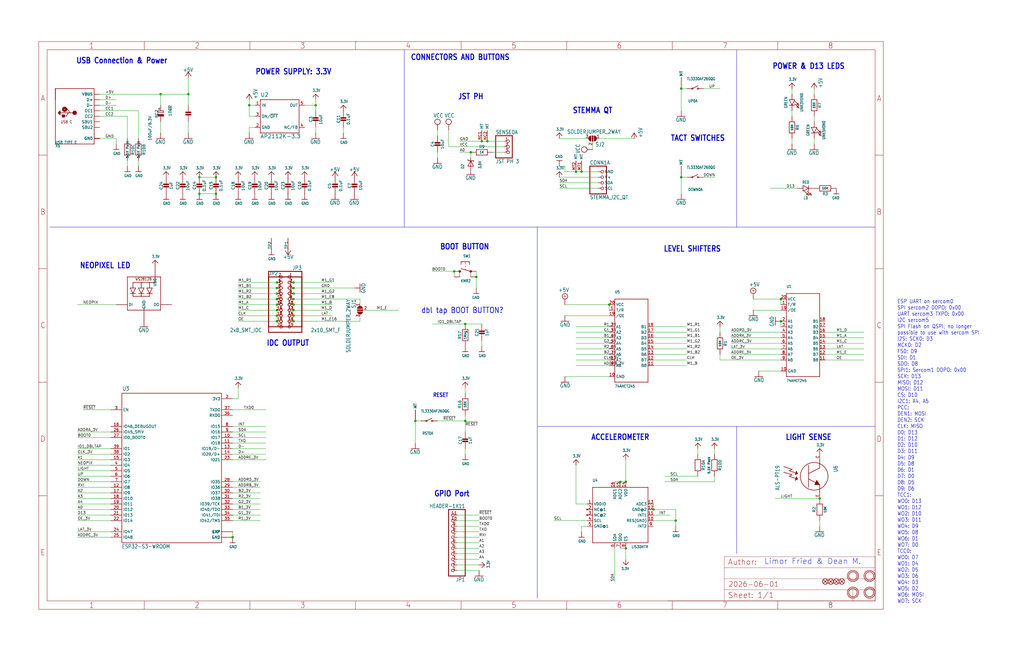
<source format=kicad_sch>
(kicad_sch (version 20231120) (generator "eeschema") (generator_version "8.0")
  (paper "User" 469.621 298.602)
  (junction (at 127 132.08))
  (junction (at 86.36 43.18))
  (junction (at 144.78 48.26))
  (junction (at 287.02 251.46))
  (junction (at 223.52 64.77))
  (junction (at 375.92 228.6))
  (junction (at 73.66 43.18))
  (junction (at 309.88 238.76))
  (junction (at 213.36 148.59))
  (junction (at 213.36 193.04))
  (junction (at 127 137.16))
  (junction (at 127 139.7))
  (junction (at 134.62 142.24))
  (junction (at 134.62 147.32))
  (junction (at 299.72 233.68))
  (junction (at 127 134.62))
  (junction (at 218.44 127))
  (junction (at 312.42 40.64))
  (junction (at 127 142.24))
  (junction (at 208.28 124.46))
  (junction (at 287.02 220.98))
  (junction (at 312.42 81.28))
  (junction (at 99.06 88.9))
  (junction (at 264.16 78.74))
  (junction (at 134.62 129.54))
  (junction (at 134.62 137.16))
  (junction (at 127 147.32))
  (junction (at 127 129.54))
  (junction (at 114.3 48.26))
  (junction (at 266.7 78.74))
  (junction (at 358.14 137.16))
  (junction (at 284.48 220.98))
  (junction (at 220.98 64.77))
  (junction (at 134.62 144.78))
  (junction (at 134.62 134.62))
  (junction (at 106.68 246.38))
  (junction (at 127 144.78))
  (junction (at 215.9 69.85))
  (junction (at 91.44 81.28))
  (junction (at 358.14 147.32))
  (junction (at 91.44 88.9))
  (junction (at 279.4 139.7))
  (junction (at 99.06 81.28))
  (junction (at 134.62 139.7))
  (junction (at 134.62 132.08))
  (junction (at 190.5 193.04))
  (wire (pts (xy 345.44 142.24) (xy 358.14 142.24)) (stroke (width 0.1524)))
  (wire (pts (xy 358.14 139.7) (xy 358.14 137.16)) (stroke (width 0.1524)))
  (wire (pts (xy 209.55 261.62) (xy 219.71 261.62)) (stroke (width 0.1524)))
  (wire (pts (xy 299.72 233.68) (xy 309.88 233.68)) (stroke (width 0.1524)))
  (wire (pts (xy 119.38 231.14) (xy 106.68 231.14)) (stroke (width 0.1524)))
  (wire (pts (xy 279.4 149.86) (xy 264.16 149.86)) (stroke (width 0.1524)))
  (wire (pts (xy 106.68 187.96) (xy 121.92 187.96)) (stroke (width 0.1524)))
  (wire (pts (xy 375.92 238.76) (xy 375.92 241.3)) (stroke (width 0.1524)))
  (wire (pts (xy 312.42 81.28) (xy 312.42 88.9)) (stroke (width 0.1524)))
  (wire (pts (xy 271.78 68.58) (xy 271.78 66.04)) (stroke (width 0.1524)))
  (wire (pts (xy 106.68 208.28) (xy 121.92 208.28)) (stroke (width 0.1524)))
  (wire (pts (xy 266.7 78.74) (xy 264.16 78.74)) (stroke (width 0.1524)))
  (wire (pts (xy 144.78 48.26) (xy 144.78 50.8)) (stroke (width 0.1524)))
  (wire (pts (xy 106.68 200.66) (xy 121.92 200.66)) (stroke (width 0.1524)))
  (wire (pts (xy 353.06 86.36) (xy 365.76 86.36)) (stroke (width 0.1524)))
  (polyline (pts (xy 337.82 195.58) (xy 337.82 254)) (stroke (width 0.1524) (type solid)))
  (wire (pts (xy 219.71 238.76) (xy 209.55 238.76)) (stroke (width 0.1524)))
  (wire (pts (xy 200.66 193.04) (xy 213.36 193.04)) (stroke (width 0.1524)))
  (wire (pts (xy 345.44 137.16) (xy 358.14 137.16)) (stroke (width 0.1524)))
  (wire (pts (xy 309.88 238.76) (xy 309.88 241.3)) (stroke (width 0.1524)))
  (wire (pts (xy 139.7 48.26) (xy 144.78 48.26)) (stroke (width 0.1524)))
  (wire (pts (xy 50.8 226.06) (xy 35.56 226.06)) (stroke (width 0.1524)))
  (wire (pts (xy 281.94 220.98) (xy 284.48 220.98)) (stroke (width 0.1524)))
  (wire (pts (xy 284.48 220.98) (xy 287.02 220.98)) (stroke (width 0.1524)))
  (wire (pts (xy 358.14 162.56) (xy 335.28 162.56)) (stroke (width 0.1524)))
  (wire (pts (xy 256.54 81.28) (xy 274.32 81.28)) (stroke (width 0.1524)))
  (wire (pts (xy 63.5 50.8) (xy 63.5 63.5)) (stroke (width 0.1524)))
  (wire (pts (xy 58.42 53.34) (xy 58.42 63.5)) (stroke (width 0.1524)))
  (wire (pts (xy 213.36 198.12) (xy 213.36 193.04)) (stroke (width 0.1524)))
  (wire (pts (xy 327.66 205.74) (xy 327.66 208.28)) (stroke (width 0.1524)))
  (wire (pts (xy 259.08 139.7) (xy 279.4 139.7)) (stroke (width 0.1524)))
  (wire (pts (xy 231.14 64.77) (xy 223.52 64.77)) (stroke (width 0.1524)))
  (wire (pts (xy 279.4 154.94) (xy 264.16 154.94)) (stroke (width 0.1524)))
  (wire (pts (xy 284.48 251.46) (xy 287.02 251.46)) (stroke (width 0.1524)))
  (polyline (pts (xy 246.38 104.14) (xy 185.42 104.14)) (stroke (width 0.1524) (type solid)))
  (wire (pts (xy 264.16 231.14) (xy 264.16 213.36)) (stroke (width 0.1524)))
  (wire (pts (xy 213.36 148.59) (xy 198.12 148.59)) (stroke (width 0.1524)))
  (wire (pts (xy 144.78 58.42) (xy 144.78 60.96)) (stroke (width 0.1524)))
  (wire (pts (xy 99.06 81.28) (xy 91.44 81.28)) (stroke (width 0.1524)))
  (wire (pts (xy 358.14 147.32) (xy 358.14 149.86)) (stroke (width 0.1524)))
  (wire (pts (xy 63.5 76.2) (xy 63.5 73.66)) (stroke (width 0.1524)))
  (wire (pts (xy 50.8 215.9) (xy 35.56 215.9)) (stroke (width 0.1524)))
  (wire (pts (xy 231.14 69.85) (xy 226.06 69.85)) (stroke (width 0.1524)))
  (wire (pts (xy 309.88 233.68) (xy 309.88 238.76)) (stroke (width 0.1524)))
  (wire (pts (xy 363.22 40.64) (xy 363.22 43.18)) (stroke (width 0.1524)))
  (wire (pts (xy 73.66 43.18) (xy 73.66 48.26)) (stroke (width 0.1524)))
  (wire (pts (xy 127 129.54) (xy 109.22 129.54)) (stroke (width 0.1524)))
  (wire (pts (xy 358.14 152.4) (xy 335.28 152.4)) (stroke (width 0.1524)))
  (wire (pts (xy 299.72 236.22) (xy 307.34 236.22)) (stroke (width 0.1524)))
  (wire (pts (xy 109.22 182.88) (xy 109.22 177.8)) (stroke (width 0.1524)))
  (wire (pts (xy 322.58 40.64) (xy 330.2 40.64)) (stroke (width 0.1524)))
  (wire (pts (xy 208.28 124.46) (xy 198.12 124.46)) (stroke (width 0.1524)))
  (wire (pts (xy 269.24 238.76) (xy 254 238.76)) (stroke (width 0.1524)))
  (wire (pts (xy 50.8 223.52) (xy 35.56 223.52)) (stroke (width 0.1524)))
  (wire (pts (xy 213.36 193.04) (xy 213.36 190.5)) (stroke (width 0.1524)))
  (wire (pts (xy 106.68 220.98) (xy 119.38 220.98)) (stroke (width 0.1524)))
  (wire (pts (xy 152.4 144.78) (xy 134.62 144.78)) (stroke (width 0.1524)))
  (wire (pts (xy 396.24 160.02) (xy 378.46 160.02)) (stroke (width 0.1524)))
  (wire (pts (xy 106.68 226.06) (xy 119.38 226.06)) (stroke (width 0.1524)))
  (wire (pts (xy 152.4 139.7) (xy 134.62 139.7)) (stroke (width 0.1524)))
  (wire (pts (xy 299.72 231.14) (xy 299.72 233.68)) (stroke (width 0.1524)))
  (wire (pts (xy 330.2 165.1) (xy 330.2 162.56)) (stroke (width 0.1524)))
  (wire (pts (xy 106.68 182.88) (xy 109.22 182.88)) (stroke (width 0.1524)))
  (wire (pts (xy 114.3 58.42) (xy 114.3 60.96)) (stroke (width 0.1524)))
  (wire (pts (xy 259.08 172.72) (xy 279.4 172.72)) (stroke (width 0.1524)))
  (wire (pts (xy 219.71 243.84) (xy 209.55 243.84)) (stroke (width 0.1524)))
  (wire (pts (xy 314.96 40.64) (xy 312.42 40.64)) (stroke (width 0.1524)))
  (polyline (pts (xy 185.42 104.14) (xy 185.42 22.86)) (stroke (width 0.1524) (type solid)))
  (wire (pts (xy 218.44 127) (xy 218.44 132.08)) (stroke (width 0.1524)))
  (wire (pts (xy 304.8 220.98) (xy 327.66 220.98)) (stroke (width 0.1524)))
  (wire (pts (xy 218.44 124.46) (xy 218.44 127)) (stroke (width 0.1524)))
  (wire (pts (xy 134.62 132.08) (xy 162.56 132.08)) (stroke (width 0.1524)))
  (wire (pts (xy 269.24 241.3) (xy 266.7 241.3)) (stroke (width 0.1524)))
  (wire (pts (xy 279.4 142.24) (xy 279.4 139.7)) (stroke (width 0.1524)))
  (wire (pts (xy 205.74 67.31) (xy 231.14 67.31)) (stroke (width 0.1524)))
  (wire (pts (xy 269.24 231.14) (xy 264.16 231.14)) (stroke (width 0.1524)))
  (wire (pts (xy 53.34 139.7) (xy 35.56 139.7)) (stroke (width 0.1524)))
  (wire (pts (xy 134.62 137.16) (xy 165.1 137.16)) (stroke (width 0.1524)))
  (wire (pts (xy 213.36 208.28) (xy 213.36 205.74)) (stroke (width 0.1524)))
  (wire (pts (xy 259.08 76.2) (xy 256.54 76.2)) (stroke (width 0.1524)))
  (wire (pts (xy 165.1 137.16) (xy 165.1 139.7)) (stroke (width 0.1524)))
  (wire (pts (xy 35.56 233.68) (xy 50.8 233.68)) (stroke (width 0.1524)))
  (wire (pts (xy 127 139.7) (xy 109.22 139.7)) (stroke (width 0.1524)))
  (wire (pts (xy 86.36 55.88) (xy 86.36 60.96)) (stroke (width 0.1524)))
  (wire (pts (xy 209.55 246.38) (xy 219.71 246.38)) (stroke (width 0.1524)))
  (wire (pts (xy 209.55 251.46) (xy 219.71 251.46)) (stroke (width 0.1524)))
  (wire (pts (xy 209.55 248.92) (xy 219.71 248.92)) (stroke (width 0.1524)))
  (wire (pts (xy 50.8 243.84) (xy 35.56 243.84)) (stroke (width 0.1524)))
  (wire (pts (xy 134.62 142.24) (xy 152.4 142.24)) (stroke (width 0.1524)))
  (wire (pts (xy 116.84 53.34) (xy 114.3 53.34)) (stroke (width 0.1524)))
  (wire (pts (xy 106.68 198.12) (xy 121.92 198.12)) (stroke (width 0.1524)))
  (wire (pts (xy 106.68 228.6) (xy 119.38 228.6)) (stroke (width 0.1524)))
  (wire (pts (xy 50.8 208.28) (xy 35.56 208.28)) (stroke (width 0.1524)))
  (wire (pts (xy 279.4 160.02) (xy 264.16 160.02)) (stroke (width 0.1524)))
  (wire (pts (xy 299.72 238.76) (xy 309.88 238.76)) (stroke (width 0.1524)))
  (wire (pts (xy 45.72 53.34) (xy 58.42 53.34)) (stroke (width 0.1524)))
  (wire (pts (xy 264.16 162.56) (xy 279.4 162.56)) (stroke (width 0.1524)))
  (wire (pts (xy 279.4 157.48) (xy 264.16 157.48)) (stroke (width 0.1524)))
  (wire (pts (xy 50.8 246.38) (xy 35.56 246.38)) (stroke (width 0.1524)))
  (wire (pts (xy 347.98 170.18) (xy 358.14 170.18)) (stroke (width 0.1524)))
  (wire (pts (xy 220.98 158.75) (xy 220.98 156.21)) (stroke (width 0.1524)))
  (wire (pts (xy 50.8 218.44) (xy 35.56 218.44)) (stroke (width 0.1524)))
  (wire (pts (xy 335.28 160.02) (xy 358.14 160.02)) (stroke (width 0.1524)))
  (wire (pts (xy 312.42 40.64) (xy 312.42 50.8)) (stroke (width 0.1524)))
  (wire (pts (xy 314.96 157.48) (xy 299.72 157.48)) (stroke (width 0.1524)))
  (wire (pts (xy 106.68 243.84) (xy 106.68 246.38)) (stroke (width 0.1524)))
  (wire (pts (xy 106.68 210.82) (xy 121.92 210.82)) (stroke (width 0.1524)))
  (wire (pts (xy 266.7 241.3) (xy 266.7 243.84)) (stroke (width 0.1524)))
  (wire (pts (xy 45.72 43.18) (xy 73.66 43.18)) (stroke (width 0.1524)))
  (wire (pts (xy 269.24 63.5) (xy 256.54 63.5)) (stroke (width 0.1524)))
  (wire (pts (xy 114.3 48.26) (xy 116.84 48.26)) (stroke (width 0.1524)))
  (wire (pts (xy 114.3 45.72) (xy 114.3 48.26)) (stroke (width 0.1524)))
  (wire (pts (xy 50.8 238.76) (xy 35.56 238.76)) (stroke (width 0.1524)))
  (wire (pts (xy 200.66 62.23) (xy 200.66 59.69)) (stroke (width 0.1524)))
  (wire (pts (xy 50.8 198.12) (xy 35.56 198.12)) (stroke (width 0.1524)))
  (wire (pts (xy 50.8 220.98) (xy 35.56 220.98)) (stroke (width 0.1524)))
  (wire (pts (xy 50.8 205.74) (xy 35.56 205.74)) (stroke (width 0.1524)))
  (wire (pts (xy 45.72 45.72) (xy 53.34 45.72)) (stroke (width 0.1524)))
  (wire (pts (xy 109.22 142.24) (xy 127 142.24)) (stroke (width 0.1524)))
  (wire (pts (xy 375.92 228.6) (xy 355.6 228.6)) (stroke (width 0.1524)))
  (wire (pts (xy 287.02 220.98) (xy 287.02 210.82)) (stroke (width 0.1524)))
  (wire (pts (xy 190.5 193.04) (xy 190.5 203.2)) (stroke (width 0.1524)))
  (wire (pts (xy 167.64 142.24) (xy 182.88 142.24)) (stroke (width 0.1524)))
  (wire (pts (xy 378.46 157.48) (xy 396.24 157.48)) (stroke (width 0.1524)))
  (wire (pts (xy 274.32 63.5) (xy 290.83 63.5)) (stroke (width 0.1524)))
  (wire (pts (xy 106.68 223.52) (xy 119.38 223.52)) (stroke (width 0.1524)))
  (wire (pts (xy 86.36 43.18) (xy 86.36 35.56)) (stroke (width 0.1524)))
  (wire (pts (xy 209.55 256.54) (xy 219.71 256.54)) (stroke (width 0.1524)))
  (wire (pts (xy 358.14 154.94) (xy 335.28 154.94)) (stroke (width 0.1524)))
  (wire (pts (xy 73.66 55.88) (xy 73.66 60.96)) (stroke (width 0.1524)))
  (wire (pts (xy 335.28 157.48) (xy 358.14 157.48)) (stroke (width 0.1524)))
  (wire (pts (xy 73.66 43.18) (xy 86.36 43.18)) (stroke (width 0.1524)))
  (wire (pts (xy 106.68 205.74) (xy 121.92 205.74)) (stroke (width 0.1524)))
  (wire (pts (xy 152.4 129.54) (xy 134.62 129.54)) (stroke (width 0.1524)))
  (wire (pts (xy 314.96 152.4) (xy 299.72 152.4)) (stroke (width 0.1524)))
  (wire (pts (xy 208.28 124.46) (xy 208.28 127)) (stroke (width 0.1524)))
  (wire (pts (xy 215.9 69.85) (xy 210.82 69.85)) (stroke (width 0.1524)))
  (wire (pts (xy 205.74 67.31) (xy 205.74 59.69)) (stroke (width 0.1524)))
  (wire (pts (xy 35.56 213.36) (xy 50.8 213.36)) (stroke (width 0.1524)))
  (wire (pts (xy 109.22 147.32) (xy 127 147.32)) (stroke (width 0.1524)))
  (wire (pts (xy 322.58 81.28) (xy 327.66 81.28)) (stroke (width 0.1524)))
  (wire (pts (xy 109.22 137.16) (xy 127 137.16)) (stroke (width 0.1524)))
  (wire (pts (xy 220.98 64.77) (xy 210.82 64.77)) (stroke (width 0.1524)))
  (wire (pts (xy 287.02 251.46) (xy 287.02 256.54)) (stroke (width 0.1524)))
  (wire (pts (xy 274.32 78.74) (xy 266.7 78.74)) (stroke (width 0.1524)))
  (wire (pts (xy 91.44 88.9) (xy 99.06 88.9)) (stroke (width 0.1524)))
  (wire (pts (xy 259.08 78.74) (xy 259.08 76.2)) (stroke (width 0.1524)))
  (wire (pts (xy 274.32 83.82) (xy 256.54 83.82)) (stroke (width 0.1524)))
  (wire (pts (xy 264.16 152.4) (xy 279.4 152.4)) (stroke (width 0.1524)))
  (wire (pts (xy 373.38 43.18) (xy 373.38 40.64)) (stroke (width 0.1524)))
  (wire (pts (xy 396.24 154.94) (xy 378.46 154.94)) (stroke (width 0.1524)))
  (wire (pts (xy 116.84 58.42) (xy 114.3 58.42)) (stroke (width 0.1524)))
  (wire (pts (xy 256.54 86.36) (xy 274.32 86.36)) (stroke (width 0.1524)))
  (wire (pts (xy 53.34 63.5) (xy 45.72 63.5)) (stroke (width 0.1524)))
  (wire (pts (xy 373.38 66.04) (xy 373.38 63.5)) (stroke (width 0.1524)))
  (polyline (pts (xy 337.82 22.86) (xy 337.82 104.14)) (stroke (width 0.1524) (type solid)))
  (wire (pts (xy 109.22 132.08) (xy 127 132.08)) (stroke (width 0.1524)))
  (wire (pts (xy 50.8 187.96) (xy 38.1 187.96)) (stroke (width 0.1524)))
  (wire (pts (xy 299.72 165.1) (xy 314.96 165.1)) (stroke (width 0.1524)))
  (wire (pts (xy 223.52 64.77) (xy 220.98 64.77)) (stroke (width 0.1524)))
  (wire (pts (xy 373.38 55.88) (xy 373.38 53.34)) (stroke (width 0.1524)))
  (wire (pts (xy 152.4 134.62) (xy 134.62 134.62)) (stroke (width 0.1524)))
  (wire (pts (xy 378.46 162.56) (xy 396.24 162.56)) (stroke (width 0.1524)))
  (wire (pts (xy 119.38 233.68) (xy 106.68 233.68)) (stroke (width 0.1524)))
  (wire (pts (xy 50.8 231.14) (xy 35.56 231.14)) (stroke (width 0.1524)))
  (wire (pts (xy 165.1 144.78) (xy 165.1 147.32)) (stroke (width 0.1524)))
  (wire (pts (xy 86.36 43.18) (xy 86.36 48.26)) (stroke (width 0.1524)))
  (wire (pts (xy 209.55 259.08) (xy 219.71 259.08)) (stroke (width 0.1524)))
  (wire (pts (xy 50.8 210.82) (xy 35.56 210.82)) (stroke (width 0.1524)))
  (wire (pts (xy 330.2 152.4) (xy 330.2 149.86)) (stroke (width 0.1524)))
  (wire (pts (xy 157.48 60.96) (xy 157.48 58.42)) (stroke (width 0.1524)))
  (wire (pts (xy 378.46 165.1) (xy 396.24 165.1)) (stroke (width 0.1524)))
  (wire (pts (xy 299.72 160.02) (xy 314.96 160.02)) (stroke (width 0.1524)))
  (wire (pts (xy 358.14 165.1) (xy 330.2 165.1)) (stroke (width 0.1524)))
  (wire (pts (xy 114.3 53.34) (xy 114.3 48.26)) (stroke (width 0.1524)))
  (wire (pts (xy 320.04 208.28) (xy 320.04 205.74)) (stroke (width 0.1524)))
  (wire (pts (xy 53.34 63.5) (xy 53.34 66.04)) (stroke (width 0.1524)))
  (wire (pts (xy 209.55 241.3) (xy 219.71 241.3)) (stroke (width 0.1524)))
  (wire (pts (xy 327.66 220.98) (xy 327.66 218.44)) (stroke (width 0.1524)))
  (wire (pts (xy 106.68 238.76) (xy 119.38 238.76)) (stroke (width 0.1524)))
  (wire (pts (xy 209.55 236.22) (xy 219.71 236.22)) (stroke (width 0.1524)))
  (polyline (pts (xy 246.38 195.58) (xy 246.38 104.14)) (stroke (width 0.1524) (type solid)))
  (wire (pts (xy 378.46 152.4) (xy 396.24 152.4)) (stroke (width 0.1524)))
  (wire (pts (xy 363.22 53.34) (xy 363.22 50.8)) (stroke (width 0.1524)))
  (wire (pts (xy 314.96 154.94) (xy 299.72 154.94)) (stroke (width 0.1524)))
  (wire (pts (xy 58.42 73.66) (xy 58.42 76.2)) (stroke (width 0.1524)))
  (wire (pts (xy 213.36 177.8) (xy 213.36 180.34)) (stroke (width 0.1524)))
  (wire (pts (xy 190.5 193.04) (xy 193.04 193.04)) (stroke (width 0.1524)))
  (wire (pts (xy 106.68 195.58) (xy 121.92 195.58)) (stroke (width 0.1524)))
  (wire (pts (xy 50.8 200.66) (xy 35.56 200.66)) (stroke (width 0.1524)))
  (wire (pts (xy 279.4 165.1) (xy 264.16 165.1)) (stroke (width 0.1524)))
  (wire (pts (xy 215.9 72.39) (xy 215.9 69.85)) (stroke (width 0.1524)))
  (wire (pts (xy 259.08 144.78) (xy 279.4 144.78)) (stroke (width 0.1524)))
  (polyline (pts (xy 401.32 195.58) (xy 337.82 195.58)) (stroke (width 0.1524) (type solid)))
  (wire (pts (xy 264.16 78.74) (xy 259.08 78.74)) (stroke (width 0.1524)))
  (wire (pts (xy 45.72 50.8) (xy 63.5 50.8)) (stroke (width 0.1524)))
  (wire (pts (xy 127 144.78) (xy 109.22 144.78)) (stroke (width 0.1524)))
  (wire (pts (xy 45.72 48.26) (xy 53.34 48.26)) (stroke (width 0.1524)))
  (wire (pts (xy 314.96 81.28) (xy 312.42 81.28)) (stroke (width 0.1524)))
  (wire (pts (xy 106.68 236.22) (xy 119.38 236.22)) (stroke (width 0.1524)))
  (wire (pts (xy 144.78 45.72) (xy 144.78 48.26)) (stroke (width 0.1524)))
  (wire (pts (xy 281.94 251.46) (xy 281.94 266.7)) (stroke (width 0.1524)))
  (wire (pts (xy 50.8 236.22) (xy 35.56 236.22)) (stroke (width 0.1524)))
  (wire (pts (xy 304.8 218.44) (xy 320.04 218.44)) (stroke (width 0.1524)))
  (wire (pts (xy 314.96 162.56) (xy 299.72 162.56)) (stroke (width 0.1524)))
  (wire (pts (xy 200.66 72.39) (xy 200.66 69.85)) (stroke (width 0.1524)))
  (wire (pts (xy 35.56 228.6) (xy 50.8 228.6)) (stroke (width 0.1524)))
  (polyline (pts (xy 246.38 274.32) (xy 246.38 195.58)) (stroke (width 0.1524) (type solid)))
  (wire (pts (xy 279.4 167.64) (xy 264.16 167.64)) (stroke (width 0.1524)))
  (wire (pts (xy 220.98 148.59) (xy 213.36 148.59)) (stroke (width 0.1524)))
  (wire (pts (xy 106.68 203.2) (xy 121.92 203.2)) (stroke (width 0.1524)))
  (polyline (pts (xy 337.82 104.14) (xy 401.32 104.14)) (stroke (width 0.1524) (type solid)))
  (wire (pts (xy 314.96 167.64) (xy 299.72 167.64)) (stroke (width 0.1524)))
  (wire (pts (xy 363.22 63.5) (xy 363.22 66.04)) (stroke (width 0.1524)))
  (polyline (pts (xy 22.86 104.14) (xy 185.42 104.14)) (stroke (width 0.1524) (type solid)))
  (polyline (pts (xy 337.82 104.14) (xy 246.38 104.14)) (stroke (width 0.1524) (type solid)))
  (wire (pts (xy 299.72 149.86) (xy 314.96 149.86)) (stroke (width 0.1524)))
  (wire (pts (xy 127 134.62) (xy 109.22 134.62)) (stroke (width 0.1524)))
  (wire (pts (xy 209.55 254) (xy 219.71 254)) (stroke (width 0.1524)))
  (wire (pts (xy 134.62 147.32) (xy 165.1 147.32)) (stroke (width 0.1524)))
  (polyline (pts (xy 337.82 195.58) (xy 246.38 195.58)) (stroke (width 0.1524) (type solid)))
  (text "GPIO Port" (at 207.264 226.568 0) (effects (font (size 2.54 2.159) (thickness 0.4318) (bold yes))))
  (text "TACT SWITCHES" (at 320.04 63.5 0) (effects (font (size 2.54 2.159) (thickness 0.4318) (bold yes))))
  (text "IDC OUTPUT" (at 132.08 157.48 0) (effects (font (size 2.54 2.159) (thickness 0.4318) (bold yes))))
  (text "POWER SUPPLY: 3.3V" (at 134.62 33.02 0) (effects (font (size 2.54 2.159) (thickness 0.4318) (bold yes))))
  (text "USB Connection & Power" (at 55.88 27.94 0) (effects (font (size 2.54 2.159) (thickness 0.4318) (bold yes))))
  (text "CONNECTORS AND BUTTONS" (at 211.074 26.416 0) (effects (font (size 2.54 2.159) (thickness 0.4318) (bold yes))))
  (text "LIGHT SENSE" (at 370.84 200.66 0) (effects (font (size 2.54 2.159) (thickness 0.4318) (bold yes))))
  (text "POWER & D13 LEDS" (at 370.84 30.48 0) (effects (font (size 2.54 2.159) (thickness 0.4318) (bold yes))))
  (text "ACCELEROMETER" (at 284.48 200.66 0) (effects (font (size 2.54 2.159) (thickness 0.4318) (bold yes))))
  (text "dbl tap BOOT BUTTON?\n" (at 212.09 142.494 0) (effects (font (size 2.54 2.159) (thickness 0.2699))))
  (text "RESET" (at 205.74 180.34 0) (effects (font (size 1.778 1.5113) (thickness 0.3023) (bold yes)) (justify right top)))
  (text "LEVEL SHIFTERS" (at 317.5 114.3 0) (effects (font (size 2.54 2.159) (thickness 0.4318) (bold yes))))
  (text "ESP UART on sercom0\nSPI sercom2 DOPO: 0x00\nUART sercom3 TXPO: 0x00\nI2C sercom5\nSPI Flash on QSPI, no longer\npossible to use with sercom SPI\nI2S: SCK0: D3\nMCK0: D2\nFS0: D9\nSDI: D1\nSDO: D8\nSPI1: Sercom1 DOPO: 0x00\nSCK: D13\nMISO: D12\nMOSI: D11\nCS: D10\nI2C1: A4, A5\nPCC:\nDEN1: MOSI\nDEN2: SCK\nCLK: MISO\nD0: D13\nD1: D12\nD2: D10\nD3: D11\nD4: D9\nD5: D8\nD6: D1\nD7: D0\nD8: D5\nD9: D6\nTCC1:\nWO0: D13\nWO1: D12\nWO2: D10\nWO3: D11\nWO4: D9\nWO5: D8\nWO6: D1\nWO7: D0\nTCC0:\nWO0: D7\nWO1: D4\nWO2: D5\nWO3: D6\nWO4: D3\nWO5: D2\nWO6: MOSI\nWO7: SCK\n" (at 411.48 276.86 0) (effects (font (size 1.778 1.5113)) (justify left bottom)))
  (text "JST PH" (at 215.9 44.45 0) (effects (font (size 2.54 2.159) (thickness 0.4318) (bold yes))))
  (text "Limor Fried & Dean M." (at 350.52 259.08 0) (effects (font (size 2.54 2.54)) (justify left bottom)))
  (text "NEOPIXEL LED" (at 48.26 121.92 0) (effects (font (size 2.54 2.159) (thickness 0.4318) (bold yes))))
  (text "BOOT BUTTON\n" (at 213.106 113.284 0) (effects (font (size 2.54 2.159) (thickness 0.4318) (bold yes))))
  (text "STEMMA QT" (at 271.78 50.8 0) (effects (font (size 2.54 2.159) (thickness 0.4318) (bold yes))))
  (label "G1_3V" (at 276.86 152.4 0) (effects (font (size 1.2446 1.2446))))
  (label "SCL" (at 307.34 218.44 0) (effects (font (size 1.2446 1.2446))))
  (label "VCC" (at 210.82 67.31 0) (effects (font (size 1.2446 1.2446))))
  (label "M1_B" (at 314.96 167.64 0) (effects (font (size 1.2446 1.2446))))
  (label "ADDRB_3V" (at 109.22 223.52 0) (effects (font (size 1.2446 1.2446))))
  (label "A4" (at 35.56 231.14 0) (effects (font (size 1.2446 1.2446))))
  (label "M1_G2" (at 147.32 134.62 0) (effects (font (size 1.2446 1.2446))))
  (label "M1_A" (at 109.22 139.7 0) (effects (font (size 1.2446 1.2446))))
  (label "CLK" (at 314.96 165.1 0) (effects (font (size 1.2446 1.2446))))
  (label "LAT_3V" (at 335.28 160.02 0) (effects (font (size 1.2446 1.2446))))
  (label "GND" (at 147.32 132.08 0) (effects (font (size 1.2446 1.2446))))
  (label "R2_3V" (at 109.22 228.6 0) (effects (font (size 1.2446 1.2446))))
  (label "TXO" (at 109.22 203.2 0) (effects (font (size 1.2446 1.2446))))
  (label "LAT_3V" (at 35.56 243.84 0) (effects (font (size 1.2446 1.2446))))
  (label "OE" (at 109.22 147.32 0) (effects (font (size 1.2446 1.2446))))
  (label "ADDRE_3V" (at 109.22 210.82 0) (effects (font (size 1.2446 1.2446))))
  (label "A1" (at 219.71 248.92 0) (effects (font (size 1.2446 1.2446))))
  (label "LAT" (at 383.54 160.02 0) (effects (font (size 1.2446 1.2446))))
  (label "LAT" (at 147.32 144.78 0) (effects (font (size 1.2446 1.2446))))
  (label "BOOT0" (at 198.12 124.46 0) (effects (font (size 1.2446 1.2446))))
  (label "R1_3V" (at 276.86 149.86 0) (effects (font (size 1.2446 1.2446))))
  (label "UP" (at 35.56 218.44 0) (effects (font (size 1.2446 1.2446))))
  (label "OE_3V" (at 335.28 165.1 0) (effects (font (size 1.2446 1.2446))))
  (label "BOOT0" (at 35.56 200.66 0) (effects (font (size 1.2446 1.2446))))
  (label "G2_3V" (at 109.22 231.14 0) (effects (font (size 1.2446 1.2446))))
  (label "~{RESET}" (at 203.2 193.04 0) (effects (font (size 1.2446 1.2446))))
  (label "A3" (at 35.56 228.6 0) (effects (font (size 1.2446 1.2446))))
  (label "D+" (at 109.22 208.28 0) (effects (font (size 1.2446 1.2446))))
  (label "ADDRA_3V" (at 35.56 198.12 0) (effects (font (size 1.2446 1.2446))))
  (label "D+" (at 48.26 45.72 0) (effects (font (size 1.2446 1.2446))))
  (label "CLK_3V" (at 35.56 208.28 0) (effects (font (size 1.2446 1.2446))))
  (label "SDA" (at 109.22 198.12 0) (effects (font (size 1.2446 1.2446))))
  (label "NEOPIX" (at 38.1 139.7 0) (effects (font (size 1.2446 1.2446))))
  (label "SDA" (at 256.54 83.82 0) (effects (font (size 1.2446 1.2446))))
  (label "D13" (at 35.56 236.22 0) (effects (font (size 1.2446 1.2446))))
  (label "M1_B2" (at 109.22 137.16 0) (effects (font (size 1.2446 1.2446))))
  (label "BOOT0" (at 219.71 238.76 0) (effects (font (size 1.2446 1.2446))))
  (label "D-" (at 109.22 205.74 0) (effects (font (size 1.2446 1.2446))))
  (label "NEOPIX" (at 35.56 213.36 0) (effects (font (size 1.2446 1.2446))))
  (label "M1_G1" (at 314.96 152.4 0) (effects (font (size 1.2446 1.2446))))
  (label "A0" (at 210.82 69.85 0) (effects (font (size 1.2446 1.2446))))
  (label "M1_R1" (at 314.96 149.86 0) (effects (font (size 1.2446 1.2446))))
  (label "D-" (at 48.26 48.26 0) (effects (font (size 1.2446 1.2446))))
  (label "M1_C" (at 383.54 157.48 0) (effects (font (size 1.2446 1.2446))))
  (label "UP" (at 325.12 40.64 0) (effects (font (size 1.2446 1.2446))))
  (label "SDA" (at 307.34 220.98 0) (effects (font (size 1.2446 1.2446))))
  (label "A1" (at 35.56 210.82 0) (effects (font (size 1.2446 1.2446))))
  (label "M1_G2" (at 314.96 157.48 0) (effects (font (size 1.2446 1.2446))))
  (label "A3" (at 219.71 254 0) (effects (font (size 1.2446 1.2446))))
  (label "M1_R2" (at 314.96 160.02 0) (effects (font (size 1.2446 1.2446))))
  (label "TXD0" (at 219.71 241.3 0) (effects (font (size 1.2446 1.2446))))
  (label "G2_3V" (at 276.86 157.48 0) (effects (font (size 1.2446 1.2446))))
  (label "IO1_DBLTAP" (at 200.66 148.59 0) (effects (font (size 1.2446 1.2446))))
  (label "ADDRE_3V" (at 335.28 162.56 0) (effects (font (size 1.2446 1.2446))))
  (label "CLK_3V" (at 276.86 165.1 0) (effects (font (size 1.2446 1.2446))))
  (label "OE_3V" (at 35.56 238.76 0) (effects (font (size 1.2446 1.2446))))
  (label "INT" (at 302.26 236.22 0) (effects (font (size 1.2446 1.2446))))
  (label "A2" (at 35.56 226.06 0) (effects (font (size 1.2446 1.2446))))
  (label "TXO" (at 219.71 243.84 0) (effects (font (size 1.2446 1.2446))))
  (label "DOWN" (at 322.58 81.28 0) (effects (font (size 1.2446 1.2446))))
  (label "M1_E" (at 172.72 142.24 0) (effects (font (size 1.2446 1.2446))))
  (label "R2_3V" (at 276.86 160.02 0) (effects (font (size 1.2446 1.2446))))
  (label "SCL" (at 109.22 200.66 0) (effects (font (size 1.2446 1.2446))))
  (label "M1_D" (at 147.32 142.24 0) (effects (font (size 1.2446 1.2446))))
  (label "B1_3V" (at 276.86 154.94 0) (effects (font (size 1.2446 1.2446))))
  (label "A4" (at 219.71 256.54 0) (effects (font (size 1.2446 1.2446))))
  (label "TXD0" (at 111.76 187.96 0) (effects (font (size 1.2446 1.2446))))
  (label "CLK" (at 109.22 144.78 0) (effects (font (size 1.2446 1.2446))))
  (label "ADDRC_3V" (at 335.28 157.48 0) (effects (font (size 1.2446 1.2446))))
  (label "M1_G1" (at 147.32 129.54 0) (effects (font (size 1.2446 1.2446))))
  (label "GND" (at 48.26 63.5 0) (effects (font (size 1.2446 1.2446))))
  (label "LIGHT" (at 35.56 215.9 0) (effects (font (size 1.2446 1.2446))))
  (label "ADDRC_3V" (at 35.56 246.38 0) (effects (font (size 1.2446 1.2446))))
  (label "M1_D" (at 383.54 152.4 0) (effects (font (size 1.2446 1.2446))))
  (label "M1_B1" (at 314.96 154.94 0) (effects (font (size 1.2446 1.2446))))
  (label "~{RESET}" (at 38.1 187.96 0) (effects (font (size 1.2446 1.2446))))
  (label "M1_E16" (at 147.32 147.32 0) (effects (font (size 1.2446 1.2446))))
  (label "A2" (at 219.71 251.46 0) (effects (font (size 1.2446 1.2446))))
  (label "SDA" (at 281.94 266.7 90) (effects (font (size 1.2446 1.2446))))
  (label "B1_3V" (at 109.22 233.68 0) (effects (font (size 1.2446 1.2446))))
  (label "M1_B" (at 147.32 139.7 0) (effects (font (size 1.2446 1.2446))))
  (label "~{RESET}" (at 213.36 195.58 0) (effects (font (size 1.2446 1.2446))))
  (label "B2_3V" (at 276.86 162.56 0) (effects (font (size 1.2446 1.2446))))
  (label "GND" (at 210.82 64.77 0) (effects (font (size 1.2446 1.2446))))
  (label "~{RESET}" (at 219.71 236.22 0) (effects (font (size 1.2446 1.2446))))
  (label "D13" (at 360.68 86.36 0) (effects (font (size 1.2446 1.2446))))
  (label "ADDRB_3V" (at 276.86 167.64 0) (effects (font (size 1.2446 1.2446))))
  (label "LIGHT" (at 358.14 228.6 0) (effects (font (size 1.2446 1.2446))))
  (label "M1_C" (at 109.22 142.24 0) (effects (font (size 1.2446 1.2446))))
  (label "M1_B2" (at 314.96 162.56 0) (effects (font (size 1.2446 1.2446))))
  (label "R1_3V" (at 109.22 238.76 0) (effects (font (size 1.2446 1.2446))))
  (label "G1_3V" (at 109.22 236.22 0) (effects (font (size 1.2446 1.2446))))
  (label "SCL" (at 256.54 86.36 0) (effects (font (size 1.2446 1.2446))))
  (label "M1_A" (at 383.54 154.94 0) (effects (font (size 1.2446 1.2446))))
  (label "CC1" (at 48.26 50.8 0) (effects (font (size 1.2446 1.2446))))
  (label "M1_E" (at 383.54 162.56 0) (effects (font (size 1.2446 1.2446))))
  (label "CC2" (at 48.26 53.34 0) (effects (font (size 1.2446 1.2446))))
  (label "M1_B1" (at 109.22 132.08 0) (effects (font (size 1.2446 1.2446))))
  (label "DOWN" (at 35.56 220.98 0) (effects (font (size 1.2446 1.2446))))
  (label "RXI" (at 219.71 246.38 0) (effects (font (size 1.2446 1.2446))))
  (label "RXI" (at 35.56 223.52 0) (effects (font (size 1.2446 1.2446))))
  (label "M1_R2" (at 109.22 134.62 0) (effects (font (size 1.2446 1.2446))))
  (label "SCL" (at 254 238.76 0) (effects (font (size 1.2446 1.2446))))
  (label "ADDRA_3V" (at 335.28 154.94 0) (effects (font (size 1.2446 1.2446))))
  (label "ADDRD_3V" (at 335.28 152.4 0) (effects (font (size 1.2446 1.2446))))
  (label "M1_E8" (at 147.32 137.16 0) (effects (font (size 1.2446 1.2446))))
  (label "IO1_DBLTAP" (at 35.56 205.74 0) (effects (font (size 1.2446 1.2446))))
  (label "M1_R1" (at 109.22 129.54 0) (effects (font (size 1.2446 1.2446))))
  (label "INT" (at 109.22 195.58 0) (effects (font (size 1.2446 1.2446))))
  (label "ADDRD_3V" (at 109.22 220.98 0) (effects (font (size 1.2446 1.2446))))
  (label "B2_3V" (at 109.22 226.06 0) (effects (font (size 1.2446 1.2446))))
  (label "A0" (at 35.56 233.68 0) (effects (font (size 1.2446 1.2446))))
  (label "OE" (at 383.54 165.1 0) (effects (font (size 1.2446 1.2446))))
  (label "+5V" (at 48.26 43.18 0) (effects (font (size 1.2446 1.2446))))
  (symbol (lib_id "Adafruit MatrixPortal S3-eagle-import:3.3V") (at 132.08 78.74 0) (unit 1)
    (property "Reference" "#U$77" (effects (hide yes)))
    (property "Value" "3.3V" (at 130.556 77.724 0) (effects (font (size 1.27 1.0795)) (justify left bottom)))
  )
  (symbol (lib_id "Adafruit MatrixPortal S3-eagle-import:VCC") (at 200.66 57.15 0) (unit 1)
    (property "Reference" "#SUPPLY2" (effects (hide yes)))
    (property "Value" "VCC" (at 198.755 53.975 0) (effects (font (size 1.778 1.5113)) (justify left bottom)))
  )
  (symbol (lib_id "Adafruit MatrixPortal S3-eagle-import:supply1_GND") (at 312.42 91.44 0) (unit 1)
    (property "Reference" "#GND8" (effects (hide yes)))
    (property "Value" "GND" (at 309.88 93.98 0) (effects (font (size 1.778 1.5113)) (justify left bottom)))
  )
  (symbol (lib_id "Adafruit MatrixPortal S3-eagle-import:3.3V") (at 76.2 78.74 0) (unit 1)
    (property "Reference" "#U$78" (effects (hide yes)))
    (property "Value" "3.3V" (at 74.676 77.724 0) (effects (font (size 1.27 1.0795)) (justify left bottom)))
  )
  (symbol (lib_id "Adafruit MatrixPortal S3-eagle-import:3.3V") (at 99.06 78.74 0) (unit 1)
    (property "Reference" "#U$6" (effects (hide yes)))
    (property "Value" "3.3V" (at 97.536 77.724 0) (effects (font (size 1.27 1.0795)) (justify left bottom)))
  )
  (symbol (lib_id "Adafruit MatrixPortal S3-eagle-import:CON_JST_PH_3PIN") (at 223.52 64.77 90) (unit 3)
    (property "Reference" "SENSE0" (effects (hide yes)))
    (property "Value" "JST PH 3" (effects (hide yes)))
    (property "Footprint" "Adafruit MatrixPortal S3:JSTPH3" (effects (hide yes)))
  )
  (symbol (lib_id "Adafruit MatrixPortal S3-eagle-import:SWITCH_SPST_MNT_TACT_RA") (at 320.04 81.28 0) (unit 1)
    (property "Reference" "DOWN0" (at 315.595 87.63 0) (effects (font (size 1.27 1.0795)) (justify left bottom)))
    (property "Value" "TL3330AF260QG" (at 314.96 77.47 0) (effects (font (size 1.27 1.0795)) (justify left bottom)))
    (property "Footprint" "Adafruit MatrixPortal S3:SPST_TACTILE_RA" (effects (hide yes)))
  )
  (symbol (lib_id "Adafruit MatrixPortal S3-eagle-import:supply1_GND") (at 200.66 74.93 0) (unit 1)
    (property "Reference" "#GND16" (effects (hide yes)))
    (property "Value" "GND" (at 198.12 77.47 0) (effects (font (size 1.778 1.5113)) (justify left bottom)))
  )
  (symbol (lib_id "Adafruit MatrixPortal S3-eagle-import:3.3V") (at 327.66 203.2 0) (unit 1)
    (property "Reference" "#U$38" (effects (hide yes)))
    (property "Value" "3.3V" (at 326.136 202.184 0) (effects (font (size 1.27 1.0795)) (justify left bottom)))
  )
  (symbol (lib_id "Adafruit MatrixPortal S3-eagle-import:supply2_+5V") (at 259.08 137.16 0) (mirror y) (unit 1)
    (property "Reference" "#SUPPLY4" (effects (hide yes)))
    (property "Value" "+5V" (at 260.985 133.985 0) (effects (font (size 1.778 1.5113)) (justify left bottom)))
  )
  (symbol (lib_id "Adafruit MatrixPortal S3-eagle-import:3.3V") (at 91.44 78.74 0) (unit 1)
    (property "Reference" "#U$3" (effects (hide yes)))
    (property "Value" "3.3V" (at 89.916 77.724 0) (effects (font (size 1.27 1.0795)) (justify left bottom)))
  )
  (symbol (lib_id "Adafruit MatrixPortal S3-eagle-import:SOLDERJUMPER_2WAY") (at 165.1 142.24 270) (unit 1)
    (property "Reference" "SJ1" (at 161.29 137.16 0) (effects (font (size 1.778 1.5113)) (justify left bottom)))
    (property "Value" "SOLDERJUMPER_2WAY" (at 158.75 137.16 0) (effects (font (size 1.778 1.5113)) (justify left bottom)))
    (property "Footprint" "Adafruit MatrixPortal S3:SOLDERJUMPER_2WAY_OPEN_NOPASTE" (effects (hide yes)))
  )
  (symbol (lib_id "Adafruit MatrixPortal S3-eagle-import:STEMMA_I2C_QT") (at 274.32 83.82 0) (unit 1)
    (property "Reference" "CONN1" (at 270.51 75.565 0) (effects (font (size 1.778 1.5113)) (justify left bottom)))
    (property "Value" "STEMMA_I2C_QT" (at 270.51 91.44 0) (effects (font (size 1.778 1.5113)) (justify left bottom)))
    (property "Footprint" "Adafruit MatrixPortal S3:JST_SH4" (effects (hide yes)))
  )
  (symbol (lib_id "Adafruit MatrixPortal S3-eagle-import:HEADER-1X11") (at 207.01 248.92 180) (unit 1)
    (property "Reference" "JP1" (at 213.36 264.795 0) (effects (font (size 1.778 1.5113)) (justify left bottom)))
    (property "Value" "HEADER-1X11" (at 213.36 231.14 0) (effects (font (size 1.778 1.5113)) (justify left bottom)))
    (property "Footprint" "Adafruit MatrixPortal S3:1X11_ROUND" (effects (hide yes)))
  )
  (symbol (lib_id "Adafruit MatrixPortal S3-eagle-import:SWITCH_SPST_MNT_TACT_RA") (at 320.04 40.64 0) (unit 1)
    (property "Reference" "UP0" (at 315.595 46.99 0) (effects (font (size 1.27 1.0795)) (justify left bottom)))
    (property "Value" "TL3330AF260QG" (at 314.96 36.83 0) (effects (font (size 1.27 1.0795)) (justify left bottom)))
    (property "Footprint" "Adafruit MatrixPortal S3:SPST_TACTILE_RA" (effects (hide yes)))
  )
  (symbol (lib_id "Adafruit MatrixPortal S3-eagle-import:LED0603_NOOUTLINE") (at 363.22 48.26 270) (unit 1)
    (property "Reference" "UNK3VON0" (at 367.665 46.99 0) (effects (font (size 1.27 1.0795))))
    (property "Value" "GREEN" (at 360.426 46.99 0) (effects (font (size 1.27 1.0795))))
    (property "Footprint" "Adafruit MatrixPortal S3:CHIPLED_0603_NOOUTLINE" (effects (hide yes)))
  )
  (symbol (lib_id "Adafruit MatrixPortal S3-eagle-import:SparkFun-Aesthetics_GND") (at 219.71 264.16 0) (unit 1)
    (property "Reference" "#GND12" (effects (hide yes)))
    (property "Value" "GND" (at 217.17 266.7 0) (effects (font (size 1.778 1.5113)) (justify left bottom)))
  )
  (symbol (lib_id "Adafruit MatrixPortal S3-eagle-import:3.3V") (at 256.54 60.96 0) (unit 1)
    (property "Reference" "#U$27" (effects (hide yes)))
    (property "Value" "3.3V" (at 255.016 59.944 0) (effects (font (size 1.27 1.0795)) (justify left bottom)))
  )
  (symbol (lib_id "Adafruit MatrixPortal S3-eagle-import:supply1_GND") (at 165.1 132.08 90) (unit 1)
    (property "Reference" "#GND22" (effects (hide yes)))
    (property "Value" "GND" (at 167.64 134.62 0) (effects (font (size 1.778 1.5113)) (justify left bottom)))
  )
  (symbol (lib_id "Adafruit MatrixPortal S3-eagle-import:RESISTOR_4PACK") (at 320.04 213.36 270) (unit 1)
    (property "Reference" "R10" (at 322.58 213.36 0))
    (property "Value" "5.1K Pack" (effects (hide yes)))
    (property "Footprint" "Adafruit MatrixPortal S3:RESPACK_4X0603" (effects (hide yes)))
  )
  (symbol (lib_id "Adafruit MatrixPortal S3-eagle-import:+5V") (at 114.3 43.18 0) (unit 1)
    (property "Reference" "#P+13" (effects (hide yes)))
    (property "Value" "+5V" (at 116.205 40.64 90) (effects (font (size 1.778 1.5113)) (justify right top)))
  )
  (symbol (lib_id "Adafruit MatrixPortal S3-eagle-import:HEADER-2X10SMT_FEMALE") (at 132.08 137.16 0) (mirror y) (unit 1)
    (property "Reference" "JP3" (at 138.43 123.825 0) (effects (font (size 1.778 1.5113)) (justify left bottom)))
    (property "Value" "2x10_SMT_F" (at 156.21 152.4 0) (effects (font (size 1.778 1.5113)) (justify left bottom)))
    (property "Footprint" "Adafruit MatrixPortal S3:2X10_SMT_FEMALE" (effects (hide yes)))
  )
  (symbol (lib_id "Adafruit MatrixPortal S3-eagle-import:3.3V") (at 124.46 78.74 0) (unit 1)
    (property "Reference" "#U$34" (effects (hide yes)))
    (property "Value" "3.3V" (at 122.936 77.724 0) (effects (font (size 1.27 1.0795)) (justify left bottom)))
  )
  (symbol (lib_id "Adafruit MatrixPortal S3-eagle-import:supply1_GND") (at 114.3 63.5 0) (unit 1)
    (property "Reference" "#GND4" (effects (hide yes)))
    (property "Value" "GND" (at 111.76 66.04 0) (effects (font (size 1.778 1.5113)) (justify left bottom)))
  )
  (symbol (lib_id "Adafruit MatrixPortal S3-eagle-import:FIDUCIAL_1MM") (at 378.46 266.7 0) (unit 1)
    (property "Reference" "FID1" (effects (hide yes)))
    (property "Value" "FIDUCIAL_1MM" (effects (hide yes)))
    (property "Footprint" "Adafruit MatrixPortal S3:FIDUCIAL_1MM" (effects (hide yes)))
  )
  (symbol (lib_id "Adafruit MatrixPortal S3-eagle-import:microbuilder_GND") (at 91.44 91.44 0) (unit 1)
    (property "Reference" "#U$9" (effects (hide yes)))
    (property "Value" "GND" (at 89.916 93.98 0) (effects (font (size 1.27 1.0795)) (justify left bottom)))
  )
  (symbol (lib_id "Adafruit MatrixPortal S3-eagle-import:LED0603_NOOUTLINE") (at 373.38 60.96 270) (unit 1)
    (property "Reference" "UNK5VON0" (at 377.825 59.69 0) (effects (font (size 1.27 1.0795))))
    (property "Value" "GREEN" (at 370.586 59.69 0) (effects (font (size 1.27 1.0795))))
    (property "Footprint" "Adafruit MatrixPortal S3:CHIPLED_0603_NOOUTLINE" (effects (hide yes)))
  )
  (symbol (lib_id "Adafruit MatrixPortal S3-eagle-import:3.3V") (at 109.22 175.26 0) (unit 1)
    (property "Reference" "#U$65" (effects (hide yes)))
    (property "Value" "3.3V" (at 107.696 174.244 0) (effects (font (size 1.27 1.0795)) (justify left bottom)))
  )
  (symbol (lib_id "Adafruit MatrixPortal S3-eagle-import:RESISTOR_4PACK") (at 63.5 68.58 270) (unit 2)
    (property "Reference" "R10" (at 66.04 68.58 0))
    (property "Value" "5.1K Pack" (at 63.5 68.58 0) (effects (font (size 1.016 1.016) (thickness 0.2032) (bold yes))))
    (property "Footprint" "Adafruit MatrixPortal S3:RESPACK_4X0603" (effects (hide yes)))
  )
  (symbol (lib_id "Adafruit MatrixPortal S3-eagle-import:supply1_GND") (at 66.04 149.86 0) (unit 1)
    (property "Reference" "#GND15" (effects (hide yes)))
    (property "Value" "GND" (at 63.5 152.4 0) (effects (font (size 1.778 1.5113)) (justify left bottom)))
  )
  (symbol (lib_id "Adafruit MatrixPortal S3-eagle-import:PowerTags_+5V") (at 162.56 78.74 0) (unit 1)
    (property "Reference" "#P+4" (effects (hide yes)))
    (property "Value" "+5V" (at 160.02 78.74 0) (effects (font (size 1.778 1.5113)) (justify left bottom)))
  )
  (symbol (lib_id "Adafruit MatrixPortal S3-eagle-import:supply1_GND") (at 363.22 68.58 0) (unit 1)
    (property "Reference" "#GND1" (effects (hide yes)))
    (property "Value" "GND" (at 360.68 71.12 0) (effects (font (size 1.778 1.5113)) (justify left bottom)))
  )
  (symbol (lib_id "Adafruit MatrixPortal S3-eagle-import:CAP_CERAMIC0805-NOOUTLINE") (at 109.22 86.36 0) (unit 1)
    (property "Reference" "C18" (at 106.93 85.11 90))
    (property "Value" "10uF" (at 111.52 85.11 90))
    (property "Footprint" "Adafruit MatrixPortal S3:0805-NO" (effects (hide yes)))
  )
  (symbol (lib_id "Adafruit MatrixPortal S3-eagle-import:RESISTOR_0603_NOOUT") (at 220.98 69.85 0) (mirror y) (unit 1)
    (property "Reference" "R9" (at 220.98 67.31 0))
    (property "Value" "1K" (at 220.98 69.85 0) (effects (font (size 1.016 1.016) (thickness 0.2032) (bold yes))))
    (property "Footprint" "Adafruit MatrixPortal S3:0603-NO" (effects (hide yes)))
  )
  (symbol (lib_id "Adafruit MatrixPortal S3-eagle-import:3.3V") (at 71.12 119.38 0) (unit 1)
    (property "Reference" "#U$29" (effects (hide yes)))
    (property "Value" "3.3V" (at 69.596 118.364 0) (effects (font (size 1.27 1.0795)) (justify left bottom)))
  )
  (symbol (lib_id "Adafruit MatrixPortal S3-eagle-import:RESISTOR_0603_NOOUT") (at 378.46 86.36 0) (mirror x) (unit 1)
    (property "Reference" "R3" (at 378.46 88.9 0))
    (property "Value" "10K" (at 378.46 86.36 0) (effects (font (size 1.016 1.016) (thickness 0.2032) (bold yes))))
    (property "Footprint" "Adafruit MatrixPortal S3:0603-NO" (effects (hide yes)))
  )
  (symbol (lib_id "Adafruit MatrixPortal S3-eagle-import:microbuilder_GND") (at 213.36 210.82 0) (unit 1)
    (property "Reference" "#U$59" (effects (hide yes)))
    (property "Value" "GND" (at 211.836 213.36 0) (effects (font (size 1.27 1.0795)) (justify left bottom)))
  )
  (symbol (lib_id "Adafruit MatrixPortal S3-eagle-import:3.3V") (at 144.78 43.18 0) (unit 1)
    (property "Reference" "#U$2" (effects (hide yes)))
    (property "Value" "3.3V" (at 143.256 42.164 0) (effects (font (size 1.27 1.0795)) (justify left bottom)))
  )
  (symbol (lib_id "Adafruit MatrixPortal S3-eagle-import:microbuilder_GND") (at 109.22 91.44 0) (unit 1)
    (property "Reference" "#U$31" (effects (hide yes)))
    (property "Value" "GND" (at 107.696 93.98 0) (effects (font (size 1.27 1.0795)) (justify left bottom)))
  )
  (symbol (lib_id "Adafruit MatrixPortal S3-eagle-import:STEMMA_I2C_QT") (at 266.7 78.74 90) (unit 2)
    (property "Reference" "CONN1" (effects (hide yes)))
    (property "Value" "STEMMA_I2C_QT" (effects (hide yes)))
    (property "Footprint" "Adafruit MatrixPortal S3:JST_SH4" (effects (hide yes)))
  )
  (symbol (lib_id "Adafruit MatrixPortal S3-eagle-import:RESISTOR_4PACK") (at 58.42 68.58 270) (unit 3)
    (property "Reference" "R10" (at 60.96 68.58 0))
    (property "Value" "5.1K Pack" (at 58.42 68.58 0) (effects (font (size 1.016 1.016) (thickness 0.2032) (bold yes))))
    (property "Footprint" "Adafruit MatrixPortal S3:RESPACK_4X0603" (effects (hide yes)))
  )
  (symbol (lib_id "Adafruit MatrixPortal S3-eagle-import:PowerTags_+5V") (at 153.67 78.74 0) (unit 1)
    (property "Reference" "#P+5" (effects (hide yes)))
    (property "Value" "+5V" (at 151.13 78.74 0) (effects (font (size 1.778 1.5113)) (justify left bottom)))
  )
  (symbol (lib_id "Adafruit MatrixPortal S3-eagle-import:microbuilder_GND") (at 124.46 91.44 0) (unit 1)
    (property "Reference" "#U$35" (effects (hide yes)))
    (property "Value" "GND" (at 122.936 93.98 0) (effects (font (size 1.27 1.0795)) (justify left bottom)))
  )
  (symbol (lib_id "Adafruit MatrixPortal S3-eagle-import:supply1_GND") (at 375.92 243.84 0) (unit 1)
    (property "Reference" "#GND2" (effects (hide yes)))
    (property "Value" "GND" (at 373.38 246.38 0) (effects (font (size 1.778 1.5113)) (justify left bottom)))
  )
  (symbol (lib_id "Adafruit MatrixPortal S3-eagle-import:3.3V") (at 116.84 78.74 0) (unit 1)
    (property "Reference" "#U$32" (effects (hide yes)))
    (property "Value" "3.3V" (at 115.316 77.724 0) (effects (font (size 1.27 1.0795)) (justify left bottom)))
  )
  (symbol (lib_id "Adafruit MatrixPortal S3-eagle-import:74LCX245_TSSOP20") (at 289.56 157.48 0) (unit 1)
    (property "Reference" "U5" (at 281.94 134.62 0) (effects (font (size 1.27 1.0795)) (justify left bottom)))
    (property "Value" "74AHCT245" (at 281.94 177.8 0) (effects (font (size 1.27 1.0795)) (justify left bottom)))
    (property "Footprint" "Adafruit MatrixPortal S3:TSSOP20" (effects (hide yes)))
  )
  (symbol (lib_id "Adafruit MatrixPortal S3-eagle-import:microbuilder_GND") (at 266.7 246.38 0) (unit 1)
    (property "Reference" "#U$18" (effects (hide yes)))
    (property "Value" "GND" (at 265.176 248.92 0) (effects (font (size 1.27 1.0795)) (justify left bottom)))
  )
  (symbol (lib_id "Adafruit MatrixPortal S3-eagle-import:RESISTOR_0603_NOOUT") (at 213.36 185.42 90) (unit 1)
    (property "Reference" "R16" (at 210.82 185.42 0))
    (property "Value" "10K" (at 213.36 185.42 0) (effects (font (size 1.016 1.016) (thickness 0.2032) (bold yes))))
    (property "Footprint" "Adafruit MatrixPortal S3:0603-NO" (effects (hide yes)))
  )
  (symbol (lib_id "Adafruit MatrixPortal S3-eagle-import:supply1_GND") (at 215.9 80.01 0) (unit 1)
    (property "Reference" "#GND19" (effects (hide yes)))
    (property "Value" "GND" (at 213.36 82.55 0) (effects (font (size 1.778 1.5113)) (justify left bottom)))
  )
  (symbol (lib_id "Adafruit MatrixPortal S3-eagle-import:SWITCH_SPST_MNT_TACT_RA") (at 198.12 193.04 0) (unit 1)
    (property "Reference" "RST0" (at 193.675 199.39 0) (effects (font (size 1.27 1.0795)) (justify left bottom)))
    (property "Value" "TL3330AF260QG" (at 193.04 189.23 0) (effects (font (size 1.27 1.0795)) (justify left bottom)))
    (property "Footprint" "Adafruit MatrixPortal S3:SPST_TACTILE_RA" (effects (hide yes)))
  )
  (symbol (lib_id "Adafruit MatrixPortal S3-eagle-import:microbuilder_GND") (at 99.06 91.44 0) (unit 1)
    (property "Reference" "#U$11" (effects (hide yes)))
    (property "Value" "GND" (at 97.536 93.98 0) (effects (font (size 1.27 1.0795)) (justify left bottom)))
  )
  (symbol (lib_id "Adafruit MatrixPortal S3-eagle-import:SWITCH_TACT_SMT_RKB2") (at 213.36 124.46 0) (mirror y) (unit 1)
    (property "Reference" "SW1" (at 215.9 118.11 0) (effects (font (size 1.27 1.0795)) (justify left bottom)))
    (property "Value" "KMR2" (at 215.9 129.54 0) (effects (font (size 1.27 1.0795)) (justify left bottom)))
    (property "Footprint" "Adafruit MatrixPortal S3:BTN_RKB2_4.6X2.8" (effects (hide yes)))
  )
  (symbol (lib_id "Adafruit MatrixPortal S3-eagle-import:supply1_GND") (at 259.08 175.26 0) (mirror y) (unit 1)
    (property "Reference" "#GND5" (effects (hide yes)))
    (property "Value" "GND" (at 261.62 177.8 0) (effects (font (size 1.778 1.5113)) (justify left bottom)))
  )
  (symbol (lib_id "Adafruit MatrixPortal S3-eagle-import:USB_C") (at 35.56 53.34 0) (unit 1)
    (property "Reference" "X5" (at 25.4 67.564 0) (effects (font (size 1.27 1.0795)) (justify left bottom)))
    (property "Value" "USB TYPE C" (at 25.4 66.04 0) (effects (font (size 1.27 1.0795)) (justify left bottom)))
    (property "Footprint" "Adafruit MatrixPortal S3:USB_C_CUSB31-CFM2AX-01-X" (effects (hide yes)))
  )
  (symbol (lib_id "Adafruit MatrixPortal S3-eagle-import:CAP_CERAMIC0603_NO") (at 99.06 83.82 0) (mirror x) (unit 1)
    (property "Reference" "C15" (at 96.77 85.07 90))
    (property "Value" "0.1uF" (at 101.36 85.07 90))
    (property "Footprint" "Adafruit MatrixPortal S3:0603-NO" (effects (hide yes)))
  )
  (symbol (lib_id "Adafruit MatrixPortal S3-eagle-import:supply1_GND") (at 73.66 63.5 0) (unit 1)
    (property "Reference" "#GND10" (effects (hide yes)))
    (property "Value" "GND" (at 71.12 66.04 0) (effects (font (size 1.778 1.5113)) (justify left bottom)))
  )
  (symbol (lib_id "Adafruit MatrixPortal S3-eagle-import:microbuilder_GND") (at 383.54 88.9 0) (mirror y) (unit 1)
    (property "Reference" "#U$39" (effects (hide yes)))
    (property "Value" "GND" (at 385.064 91.44 0) (effects (font (size 1.27 1.0795)) (justify left bottom)))
  )
  (symbol (lib_id "Adafruit MatrixPortal S3-eagle-import:LED0603_NOOUTLINE") (at 370.84 86.36 0) (mirror x) (unit 1)
    (property "Reference" "L0" (at 369.57 90.805 0) (effects (font (size 1.27 1.0795))))
    (property "Value" "RED" (at 369.57 83.566 0) (effects (font (size 1.27 1.0795))))
    (property "Footprint" "Adafruit MatrixPortal S3:CHIPLED_0603_NOOUTLINE" (effects (hide yes)))
  )
  (symbol (lib_id "Adafruit MatrixPortal S3-eagle-import:MOUNTINGHOLE2.5") (at 398.78 271.78 0) (unit 1)
    (property "Reference" "U$19" (effects (hide yes)))
    (property "Value" "MOUNTINGHOLE2.5" (effects (hide yes)))
    (property "Footprint" "Adafruit MatrixPortal S3:MOUNTINGHOLE_2.5_PLATED" (effects (hide yes)))
  )
  (symbol (lib_id "Adafruit MatrixPortal S3-eagle-import:CAP_CERAMIC0603_NO") (at 91.44 83.82 0) (mirror x) (unit 1)
    (property "Reference" "C14" (at 89.15 85.07 90))
    (property "Value" "0.1uF" (at 93.74 85.07 90))
    (property "Footprint" "Adafruit MatrixPortal S3:0603-NO" (effects (hide yes)))
  )
  (symbol (lib_id "Adafruit MatrixPortal S3-eagle-import:FIDUCIAL_1MM") (at 386.08 266.7 0) (unit 1)
    (property "Reference" "FID4" (effects (hide yes)))
    (property "Value" "FIDUCIAL_1MM" (effects (hide yes)))
    (property "Footprint" "Adafruit MatrixPortal S3:FIDUCIAL_1MM" (effects (hide yes)))
  )
  (symbol (lib_id "Adafruit MatrixPortal S3-eagle-import:3.3V") (at 139.7 78.74 0) (unit 1)
    (property "Reference" "#U$12" (effects (hide yes)))
    (property "Value" "3.3V" (at 138.176 77.724 0) (effects (font (size 1.27 1.0795)) (justify left bottom)))
  )
  (symbol (lib_id "Adafruit MatrixPortal S3-eagle-import:LP2985-XXDBVR") (at 127 53.34 0) (unit 1)
    (property "Reference" "U2" (at 119.38 44.45 0) (effects (font (size 1.778 1.778)) (justify left bottom)))
    (property "Value" "AP2112K-3.3" (at 119.38 63.5 0) (effects (font (size 1.778 1.778)) (justify left bottom)))
    (property "Footprint" "Adafruit MatrixPortal S3:SOT23-DBV" (effects (hide yes)))
  )
  (symbol (lib_id "Adafruit MatrixPortal S3-eagle-import:74LCX245_TSSOP20") (at 368.3 154.94 0) (unit 1)
    (property "Reference" "U1" (at 360.68 132.08 0) (effects (font (size 1.27 1.0795)) (justify left bottom)))
    (property "Value" "74AHCT245" (at 360.68 175.26 0) (effects (font (size 1.27 1.0795)) (justify left bottom)))
    (property "Footprint" "Adafruit MatrixPortal S3:TSSOP20" (effects (hide yes)))
  )
  (symbol (lib_id "Adafruit MatrixPortal S3-eagle-import:SWITCH_SPST_MNT_TACT_RA") (at 190.5 193.04 90) (unit 2)
    (property "Reference" "RST0" (effects (hide yes)))
    (property "Value" "TL3330AF260QG" (effects (hide yes)))
    (property "Footprint" "Adafruit MatrixPortal S3:SPST_TACTILE_RA" (effects (hide yes)))
  )
  (symbol (lib_id "Adafruit MatrixPortal S3-eagle-import:microbuilder_GND") (at 53.34 68.58 0) (unit 1)
    (property "Reference" "#U$68" (effects (hide yes)))
    (property "Value" "GND" (at 51.816 71.12 0) (effects (font (size 1.27 1.0795)) (justify left bottom)))
  )
  (symbol (lib_id "Adafruit MatrixPortal S3-eagle-import:VCC") (at 205.74 57.15 0) (unit 1)
    (property "Reference" "#SUPPLY1" (effects (hide yes)))
    (property "Value" "VCC" (at 203.835 53.975 0) (effects (font (size 1.778 1.5113)) (justify left bottom)))
  )
  (symbol (lib_id "Adafruit MatrixPortal S3-eagle-import:supply1_GND") (at 144.78 63.5 0) (unit 1)
    (property "Reference" "#GND21" (effects (hide yes)))
    (property "Value" "GND" (at 142.24 66.04 0) (effects (font (size 1.778 1.5113)) (justify left bottom)))
  )
  (symbol (lib_id "Adafruit MatrixPortal S3-eagle-import:CON_JST_PH_3PIN") (at 233.68 67.31 0) (unit 1)
    (property "Reference" "SENSE0" (at 227.33 61.595 0) (effects (font (size 1.778 1.5113)) (justify left bottom)))
    (property "Value" "JST PH 3" (at 227.33 74.93 0) (effects (font (size 1.778 1.5113)) (justify left bottom)))
    (property "Footprint" "Adafruit MatrixPortal S3:JSTPH3" (effects (hide yes)))
  )
  (symbol (lib_id "Adafruit MatrixPortal S3-eagle-import:microbuilder_GND") (at 124.46 116.84 0) (unit 1)
    (property "Reference" "#U$16" (effects (hide yes)))
    (property "Value" "GND" (at 122.936 119.38 0) (effects (font (size 1.27 1.0795)) (justify left bottom)))
  )
  (symbol (lib_id "Adafruit MatrixPortal S3-eagle-import:CAP_CERAMIC0603_NO") (at 220.98 153.67 0) (unit 1)
    (property "Reference" "C21" (at 218.69 152.42 90))
    (property "Value" "1uF" (at 223.28 152.42 90))
    (property "Footprint" "Adafruit MatrixPortal S3:0603-NO" (effects (hide yes)))
  )
  (symbol (lib_id "Adafruit MatrixPortal S3-eagle-import:microbuilder_GND") (at 132.08 91.44 0) (unit 1)
    (property "Reference" "#U$80" (effects (hide yes)))
    (property "Value" "GND" (at 130.556 93.98 0) (effects (font (size 1.27 1.0795)) (justify left bottom)))
  )
  (symbol (lib_id "Adafruit MatrixPortal S3-eagle-import:RESISTOR_0603_NOOUT") (at 330.2 157.48 270) (unit 1)
    (property "Reference" "R1" (at 332.74 157.48 0))
    (property "Value" "10K" (at 330.2 157.48 0) (effects (font (size 1.016 1.016) (thickness 0.2032) (bold yes))))
    (property "Footprint" "Adafruit MatrixPortal S3:0603-NO" (effects (hide yes)))
  )
  (symbol (lib_id "Adafruit MatrixPortal S3-eagle-import:RESISTOR_4PACK") (at 327.66 213.36 270) (unit 4)
    (property "Reference" "R10" (at 330.2 213.36 0))
    (property "Value" "5.1K Pack" (at 325.12 213.36 0) (effects (font (size 1.016 1.016) (thickness 0.2032) (bold yes))))
    (property "Footprint" "Adafruit MatrixPortal S3:RESPACK_4X0603" (effects (hide yes)))
  )
  (symbol (lib_id "Adafruit MatrixPortal S3-eagle-import:supply1_GND") (at 312.42 53.34 0) (unit 1)
    (property "Reference" "#GND9" (effects (hide yes)))
    (property "Value" "GND" (at 309.88 55.88 0) (effects (font (size 1.778 1.5113)) (justify left bottom)))
  )
  (symbol (lib_id "Adafruit MatrixPortal S3-eagle-import:CAP_CERAMIC0603_NO") (at 213.36 203.2 0) (unit 1)
    (property "Reference" "C17" (at 211.07 201.95 90))
    (property "Value" "1uF" (at 215.66 201.95 90))
    (property "Footprint" "Adafruit MatrixPortal S3:0603-NO" (effects (hide yes)))
  )
  (symbol (lib_id "Adafruit MatrixPortal S3-eagle-import:3.3V") (at 287.02 259.08 180) (unit 1)
    (property "Reference" "#U$40" (effects (hide yes)))
    (property "Value" "3.3V" (at 288.544 260.096 0) (effects (font (size 1.27 1.0795)) (justify left bottom)))
  )
  (symbol (lib_id "Adafruit MatrixPortal S3-eagle-import:HEADER-2X8_SHROUDEDSMT") (at 132.08 137.16 0) (unit 1)
    (property "Reference" "JP2" (at 123.19 126.365 0) (effects (font (size 1.778 1.5113)) (justify left bottom)))
    (property "Value" "2x8_SMT_IDC" (at 105.41 152.4 0) (effects (font (size 1.778 1.5113)) (justify left bottom)))
    (property "Footprint" "Adafruit MatrixPortal S3:2X08_SHROUDEDSMT" (effects (hide yes)))
  )
  (symbol (lib_id "Adafruit MatrixPortal S3-eagle-import:3.3V") (at 320.04 203.2 0) (unit 1)
    (property "Reference" "#U$36" (effects (hide yes)))
    (property "Value" "3.3V" (at 318.516 202.184 0) (effects (font (size 1.27 1.0795)) (justify left bottom)))
  )
  (symbol (lib_id "Adafruit MatrixPortal S3-eagle-import:CAP_CERAMIC0805-NOOUTLINE") (at 162.56 83.82 0) (mirror x) (unit 1)
    (property "Reference" "C7" (at 161.036 83.82 90) (effects (justify left bottom)))
    (property "Value" "10uF" (at 166.116 82.55 90) (effects (justify left bottom)))
    (property "Footprint" "Adafruit MatrixPortal S3:0805-NO" (effects (hide yes)))
  )
  (symbol (lib_id "Adafruit MatrixPortal S3-eagle-import:SWITCH_SPST_MNT_TACT_RA") (at 312.42 40.64 90) (unit 2)
    (property "Reference" "UP0" (effects (hide yes)))
    (property "Value" "TL3330AF260QG" (effects (hide yes)))
    (property "Footprint" "Adafruit MatrixPortal S3:SPST_TACTILE_RA" (effects (hide yes)))
  )
  (symbol (lib_id "Adafruit MatrixPortal S3-eagle-import:ACCEL_LIS3DHTR") (at 284.48 236.22 0) (unit 1)
    (property "Reference" "U4" (at 271.78 220.98 0) (effects (font (size 1.27 1.0795)) (justify left bottom)))
    (property "Value" "LIS3DHTR" (at 289.56 251.46 0) (effects (font (size 1.27 1.0795)) (justify left bottom)))
    (property "Footprint" "Adafruit MatrixPortal S3:LGA16_3X3MM" (effects (hide yes)))
  )
  (symbol (lib_id "Adafruit MatrixPortal S3-eagle-import:CAP_CERAMIC0603_NO") (at 153.67 83.82 180) (unit 1)
    (property "Reference" "C5" (at 151.892 86.614 90) (effects (justify right top)))
    (property "Value" "0.1uF" (at 156.972 87.884 90) (effects (justify right top)))
    (property "Footprint" "Adafruit MatrixPortal S3:0603-NO" (effects (hide yes)))
  )
  (symbol (lib_id "Adafruit MatrixPortal S3-eagle-import:PowerTags_+5V") (at 132.08 116.84 180) (unit 1)
    (property "Reference" "#P+2" (effects (hide yes)))
    (property "Value" "+5V" (at 134.62 116.84 0) (effects (font (size 1.778 1.5113)) (justify left bottom)))
  )
  (symbol (lib_id "Adafruit MatrixPortal S3-eagle-import:RESISTOR_0603_NOOUT") (at 373.38 48.26 270) (unit 1)
    (property "Reference" "R7" (at 375.92 48.26 0))
    (property "Value" "10K" (at 373.38 48.26 0) (effects (font (size 1.016 1.016) (thickness 0.2032) (bold yes))))
    (property "Footprint" "Adafruit MatrixPortal S3:0603-NO" (effects (hide yes)))
  )
  (symbol (lib_id "Adafruit MatrixPortal S3-eagle-import:MOUNTINGHOLE2.5") (at 391.16 271.78 0) (unit 1)
    (property "Reference" "U$14" (effects (hide yes)))
    (property "Value" "MOUNTINGHOLE2.5" (effects (hide yes)))
    (property "Footprint" "Adafruit MatrixPortal S3:MOUNTINGHOLE_2.5_PLATED" (effects (hide yes)))
  )
  (symbol (lib_id "Adafruit MatrixPortal S3-eagle-import:DIODE-ZENERSOD323") (at 215.9 74.93 90) (unit 1)
    (property "Reference" "D2" (at 212.8774 77.47 0) (effects (font (size 1.27 1.0795)) (justify left bottom)))
    (property "Value" "3.6V" (at 220.7514 77.47 0) (effects (font (size 1.27 1.0795)) (justify left bottom)))
    (property "Footprint" "Adafruit MatrixPortal S3:SOD-323" (effects (hide yes)))
  )
  (symbol (lib_id "Adafruit MatrixPortal S3-eagle-import:FIDUCIAL_1MM") (at 383.54 266.7 0) (unit 1)
    (property "Reference" "FID3" (effects (hide yes)))
    (property "Value" "FIDUCIAL_1MM" (effects (hide yes)))
    (property "Footprint" "Adafruit MatrixPortal S3:FIDUCIAL_1MM" (effects (hide yes)))
  )
  (symbol (lib_id "Adafruit MatrixPortal S3-eagle-import:microbuilder_GND") (at 106.68 248.92 0) (unit 1)
    (property "Reference" "#U$66" (effects (hide yes)))
    (property "Value" "GND" (at 105.156 251.46 0) (effects (font (size 1.27 1.0795)) (justify left bottom)))
  )
  (symbol (lib_id "Adafruit MatrixPortal S3-eagle-import:CAP_CERAMIC0603_NO") (at 139.7 83.82 0) (mirror x) (unit 1)
    (property "Reference" "C10" (at 137.41 85.07 90))
    (property "Value" "0.1uF" (at 142 85.07 90))
    (property "Footprint" "Adafruit MatrixPortal S3:0603-NO" (effects (hide yes)))
  )
  (symbol (lib_id "Adafruit MatrixPortal S3-eagle-import:CAP_CERAMIC0805-NOOUTLINE") (at 132.08 86.36 0) (unit 1)
    (property "Reference" "C23" (at 129.79 85.11 90))
    (property "Value" "10uF" (at 134.38 85.11 90))
    (property "Footprint" "Adafruit MatrixPortal S3:0805-NO" (effects (hide yes)))
  )
  (symbol (lib_id "Adafruit MatrixPortal S3-eagle-import:CON_JST_PH_3PIN") (at 220.98 64.77 90) (unit 2)
    (property "Reference" "SENSE0" (effects (hide yes)))
    (property "Value" "JST PH 3" (effects (hide yes)))
    (property "Footprint" "Adafruit MatrixPortal S3:JSTPH3" (effects (hide yes)))
  )
  (symbol (lib_id "Adafruit MatrixPortal S3-eagle-import:RESISTOR_0603_NOOUT") (at 213.36 153.67 90) (unit 1)
    (property "Reference" "R17" (at 210.82 153.67 0))
    (property "Value" "1Meg" (at 213.36 153.67 0) (effects (font (size 1.016 1.016) (thickness 0.2032) (bold yes))))
    (property "Footprint" "Adafruit MatrixPortal S3:0603-NO" (effects (hide yes)))
  )
  (symbol (lib_id "Adafruit MatrixPortal S3-eagle-import:MOUNTINGHOLE2.5") (at 391.16 264.16 0) (unit 1)
    (property "Reference" "U$22" (effects (hide yes)))
    (property "Value" "MOUNTINGHOLE2.5" (effects (hide yes)))
    (property "Footprint" "Adafruit MatrixPortal S3:MOUNTINGHOLE_2.5_PLATED" (effects (hide yes)))
  )
  (symbol (lib_id "Adafruit MatrixPortal S3-eagle-import:supply1_GND") (at 86.36 63.5 0) (unit 1)
    (property "Reference" "#GND7" (effects (hide yes)))
    (property "Value" "GND" (at 83.82 66.04 0) (effects (font (size 1.778 1.5113)) (justify left bottom)))
  )
  (symbol (lib_id "Adafruit MatrixPortal S3-eagle-import:microbuilder_GND") (at 139.7 91.44 0) (unit 1)
    (property "Reference" "#U$7" (effects (hide yes)))
    (property "Value" "GND" (at 138.176 93.98 0) (effects (font (size 1.27 1.0795)) (justify left bottom)))
  )
  (symbol (lib_id "Adafruit MatrixPortal S3-eagle-import:3.3V") (at 109.22 78.74 0) (unit 1)
    (property "Reference" "#U$30" (effects (hide yes)))
    (property "Value" "3.3V" (at 107.696 77.724 0) (effects (font (size 1.27 1.0795)) (justify left bottom)))
  )
  (symbol (lib_id "Adafruit MatrixPortal S3-eagle-import:RESISTOR_0603_NOOUT") (at 363.22 58.42 270) (unit 1)
    (property "Reference" "R6" (at 365.76 58.42 0))
    (property "Value" "10K" (at 363.22 58.42 0) (effects (font (size 1.016 1.016) (thickness 0.2032) (bold yes))))
    (property "Footprint" "Adafruit MatrixPortal S3:0603-NO" (effects (hide yes)))
  )
  (symbol (lib_id "Adafruit MatrixPortal S3-eagle-import:MOUNTINGHOLE2.5") (at 398.78 264.16 0) (unit 1)
    (property "Reference" "U$24" (effects (hide yes)))
    (property "Value" "MOUNTINGHOLE2.5" (effects (hide yes)))
    (property "Footprint" "Adafruit MatrixPortal S3:MOUNTINGHOLE_2.5_PLATED" (effects (hide yes)))
  )
  (symbol (lib_id "Adafruit MatrixPortal S3-eagle-import:CAP_CERAMIC0603_NO") (at 76.2 86.36 0) (unit 1)
    (property "Reference" "C24" (at 73.91 85.11 90))
    (property "Value" "1uF" (at 78.5 85.11 90))
    (property "Footprint" "Adafruit MatrixPortal S3:0603-NO" (effects (hide yes)))
  )
  (symbol (lib_id "Adafruit MatrixPortal S3-eagle-import:microbuilder_GND") (at 157.48 63.5 0) (unit 1)
    (property "Reference" "#U$17" (effects (hide yes)))
    (property "Value" "GND" (at 155.956 66.04 0) (effects (font (size 1.27 1.0795)) (justify left bottom)))
  )
  (symbol (lib_id "Adafruit MatrixPortal S3-eagle-import:+5V") (at 373.38 38.1 0) (unit 1)
    (property "Reference" "#P+1" (effects (hide yes)))
    (property "Value" "+5V" (at 375.285 35.56 90) (effects (font (size 1.778 1.5113)) (justify right top)))
  )
  (symbol (lib_id "Adafruit MatrixPortal S3-eagle-import:PowerTags_+5V") (at 86.36 33.02 0) (unit 1)
    (property "Reference" "#P+8" (effects (hide yes)))
    (property "Value" "+5V" (at 83.82 33.02 0) (effects (font (size 1.778 1.5113)) (justify left bottom)))
  )
  (symbol (lib_id "Adafruit MatrixPortal S3-eagle-import:microbuilder_GND") (at 218.44 134.62 0) (mirror y) (unit 1)
    (property "Reference" "#U$69" (effects (hide yes)))
    (property "Value" "GND" (at 219.964 137.16 0) (effects (font (size 1.27 1.0795)) (justify left bottom)))
  )
  (symbol (lib_id "Adafruit MatrixPortal S3-eagle-import:microbuilder_GND") (at 213.36 161.29 0) (unit 1)
    (property "Reference" "#U$74" (effects (hide yes)))
    (property "Value" "GND" (at 211.836 163.83 0) (effects (font (size 1.27 1.0795)) (justify left bottom)))
  )
  (symbol (lib_id "Adafruit MatrixPortal S3-eagle-import:supply1_GND") (at 162.56 91.44 0) (unit 1)
    (property "Reference" "#GND20" (effects (hide yes)))
    (property "Value" "GND" (at 160.02 93.98 0) (effects (font (size 1.778 1.5113)) (justify left bottom)))
  )
  (symbol (lib_id "Adafruit MatrixPortal S3-eagle-import:CAP_CERAMIC0603_NO") (at 157.48 53.34 0) (mirror x) (unit 1)
    (property "Reference" "C11" (at 155.19 54.59 90))
    (property "Value" "0.1uF" (at 159.78 54.59 90))
    (property "Footprint" "Adafruit MatrixPortal S3:0603-NO" (effects (hide yes)))
  )
  (symbol (lib_id "Adafruit MatrixPortal S3-eagle-import:microbuilder_GND") (at 76.2 91.44 0) (unit 1)
    (property "Reference" "#U$81" (effects (hide yes)))
    (property "Value" "GND" (at 74.676 93.98 0) (effects (font (size 1.27 1.0795)) (justify left bottom)))
  )
  (symbol (lib_id "Adafruit MatrixPortal S3-eagle-import:microbuilder_GND") (at 83.82 91.44 0) (unit 1)
    (property "Reference" "#U$79" (effects (hide yes)))
    (property "Value" "GND" (at 82.296 93.98 0) (effects (font (size 1.27 1.0795)) (justify left bottom)))
  )
  (symbol (lib_id "Adafruit MatrixPortal S3-eagle-import:supply1_GND") (at 355.6 147.32 270) (mirror x) (unit 1)
    (property "Reference" "#GND17" (effects (hide yes)))
    (property "Value" "GND" (at 353.06 149.86 0) (effects (font (size 1.778 1.5113)) (justify left bottom)))
  )
  (symbol (lib_id "Adafruit MatrixPortal S3-eagle-import:3.3V") (at 363.22 38.1 0) (unit 1)
    (property "Reference" "#U$5" (effects (hide yes)))
    (property "Value" "3.3V" (at 361.696 37.084 0) (effects (font (size 1.27 1.0795)) (justify left bottom)))
  )
  (symbol (lib_id "Adafruit MatrixPortal S3-eagle-import:supply1_GND") (at 373.38 68.58 0) (unit 1)
    (property "Reference" "#GND14" (effects (hide yes)))
    (property "Value" "GND" (at 370.84 71.12 0) (effects (font (size 1.778 1.5113)) (justify left bottom)))
  )
  (symbol (lib_id "Adafruit MatrixPortal S3-eagle-import:CAP_CERAMIC0805-NOOUTLINE") (at 124.46 86.36 0) (unit 1)
    (property "Reference" "C20" (at 122.17 85.11 90))
    (property "Value" "10uF" (at 126.76 85.11 90))
    (property "Footprint" "Adafruit MatrixPortal S3:0805-NO" (effects (hide yes)))
  )
  (symbol (lib_id "Adafruit MatrixPortal S3-eagle-import:3.3V") (at 256.54 78.74 0) (unit 1)
    (property "Reference" "#U$4" (effects (hide yes)))
    (property "Value" "3.3V" (at 255.016 77.724 0) (effects (font (size 1.27 1.0795)) (justify left bottom)))
  )
  (symbol (lib_id "Adafruit MatrixPortal S3-eagle-import:supply1_GND") (at 345.44 144.78 0) (mirror y) (unit 1)
    (property "Reference" "#GND3" (effects (hide yes)))
    (property "Value" "GND" (at 347.98 147.32 0) (effects (font (size 1.778 1.5113)) (justify left bottom)))
  )
  (symbol (lib_id "Adafruit MatrixPortal S3-eagle-import:SEWTAP_SMTNUTM3") (at 124.46 114.3 90) (unit 1)
    (property "Reference" "TP2" (at 124.46 114.3 0) (effects (justify left bottom)))
    (property "Value" "SEWTAP_SMTNUTM3" (effects (hide yes)))
    (property "Footprint" "Adafruit MatrixPortal S3:SMT_NUT_3MM" (effects (hide yes)))
  )
  (symbol (lib_id "Adafruit MatrixPortal S3-eagle-import:SOLDERJUMPER_2WAY") (at 271.78 63.5 180) (unit 1)
    (property "Reference" "SJ2" (at 277.368 65.278 0) (effects (font (size 1.778 1.5113)) (justify left bottom)))
    (property "Value" "SOLDERJUMPER_2WAY" (at 284.734 59.436 0) (effects (font (size 1.778 1.5113)) (justify left bottom)))
    (property "Footprint" "Adafruit MatrixPortal S3:SOLDERJUMPER_2WAY_OPEN_NOPASTE" (effects (hide yes)))
  )
  (symbol (lib_id "Adafruit MatrixPortal S3-eagle-import:FIDUCIAL_1MM") (at 381 266.7 0) (unit 1)
    (property "Reference" "FID2" (effects (hide yes)))
    (property "Value" "FIDUCIAL_1MM" (effects (hide yes)))
    (property "Footprint" "Adafruit MatrixPortal S3:FIDUCIAL_1MM" (effects (hide yes)))
  )
  (symbol (lib_id "Adafruit MatrixPortal S3-eagle-import:microbuilder_GND") (at 63.5 78.74 0) (unit 1)
    (property "Reference" "#U$67" (effects (hide yes)))
    (property "Value" "GND" (at 61.976 81.28 0) (effects (font (size 1.27 1.0795)) (justify left bottom)))
  )
  (symbol (lib_id "Adafruit MatrixPortal S3-eagle-import:CAP_CERAMIC0805-NOOUTLINE") (at 200.66 67.31 0) (unit 1)
    (property "Reference" "C4" (at 198.37 66.06 90))
    (property "Value" "10uF" (at 202.96 66.06 90))
    (property "Footprint" "Adafruit MatrixPortal S3:0805-NO" (effects (hide yes)))
  )
  (symbol (lib_id "Adafruit MatrixPortal S3-eagle-import:3.3V") (at 264.16 210.82 0) (unit 1)
    (property "Reference" "#U$23" (effects (hide yes)))
    (property "Value" "3.3V" (at 262.636 209.804 0) (effects (font (size 1.27 1.0795)) (justify left bottom)))
  )
  (symbol (lib_id "Adafruit MatrixPortal S3-eagle-import:3.3V") (at 222.25 259.08 270) (mirror x) (unit 1)
    (property "Reference" "#U$13" (effects (hide yes)))
    (property "Value" "3.3V" (at 223.266 260.604 0) (effects (font (size 1.27 1.0795)) (justify left bottom)))
  )
  (symbol (lib_id "Adafruit MatrixPortal S3-eagle-import:3.3V") (at 375.92 205.74 0) (unit 1)
    (property "Reference" "#U$15" (effects (hide yes)))
    (property "Value" "3.3V" (at 374.396 204.724 0) (effects (font (size 1.27 1.0795)) (justify left bottom)))
  )
  (symbol (lib_id "Adafruit MatrixPortal S3-eagle-import:3.3V") (at 157.48 48.26 0) (unit 1)
    (property "Reference" "#U$1" (effects (hide yes)))
    (property "Value" "3.3V" (at 155.956 47.244 0) (effects (font (size 1.27 1.0795)) (justify left bottom)))
  )
  (symbol (lib_id "Adafruit MatrixPortal S3-eagle-import:supply1_GND") (at 347.98 172.72 0) (mirror y) (unit 1)
    (property "Reference" "#GND11" (effects (hide yes)))
    (property "Value" "GND" (at 350.52 175.26 0) (effects (font (size 1.778 1.5113)) (justify left bottom)))
  )
  (symbol (lib_id "Adafruit MatrixPortal S3-eagle-import:STEMMA_I2C_QT") (at 264.16 78.74 90) (unit 3)
    (property "Reference" "CONN1" (effects (hide yes)))
    (property "Value" "STEMMA_I2C_QT" (effects (hide yes)))
    (property "Footprint" "Adafruit MatrixPortal S3:JST_SH4" (effects (hide yes)))
  )
  (symbol (lib_id "Adafruit MatrixPortal S3-eagle-import:VCC") (at 269.24 68.58 90) (unit 1)
    (property "Reference" "#SUPPLY5" (effects (hide yes)))
    (property "Value" "VCC" (at 266.065 70.485 0) (effects (font (size 1.778 1.5113)) (justify left bottom)))
  )
  (symbol (lib_id "Adafruit MatrixPortal S3-eagle-import:microbuilder_GND") (at 309.88 243.84 0) (unit 1)
    (property "Reference" "#U$20" (effects (hide yes)))
    (property "Value" "GND" (at 308.356 246.38 0) (effects (font (size 1.27 1.0795)) (justify left bottom)))
  )
  (symbol (lib_id "Adafruit MatrixPortal S3-eagle-import:CAP_CERAMIC0805-NOOUTLINE") (at 116.84 86.36 0) (unit 1)
    (property "Reference" "C19" (at 114.55 85.11 90))
    (property "Value" "10uF" (at 119.14 85.11 90))
    (property "Footprint" "Adafruit MatrixPortal S3:0805-NO" (effects (hide yes)))
  )
  (symbol (lib_id "Adafruit MatrixPortal S3-eagle-import:CAP_CERAMIC0805-NOOUTLINE") (at 144.78 53.34 0) (mirror x) (unit 1)
    (property "Reference" "C3" (at 143.256 53.34 90) (effects (justify left bottom)))
    (property "Value" "10uF" (at 147.828 52.324 90) (effects (justify left bottom)))
    (property "Footprint" "Adafruit MatrixPortal S3:0805-NO" (effects (hide yes)))
  )
  (symbol (lib_id "Adafruit MatrixPortal S3-eagle-import:3.3V") (at 330.2 147.32 0) (unit 1)
    (property "Reference" "#U$37" (effects (hide yes)))
    (property "Value" "3.3V" (at 328.676 146.304 0) (effects (font (size 1.27 1.0795)) (justify left bottom)))
  )
  (symbol (lib_id "Adafruit MatrixPortal S3-eagle-import:supply1_GND") (at 259.08 147.32 0) (mirror y) (unit 1)
    (property "Reference" "#GND13" (effects (hide yes)))
    (property "Value" "GND" (at 261.62 149.86 0) (effects (font (size 1.778 1.5113)) (justify left bottom)))
  )
  (symbol (lib_id "Adafruit MatrixPortal S3-eagle-import:microbuilder_GND") (at 220.98 161.29 0) (unit 1)
    (property "Reference" "#U$75" (effects (hide yes)))
    (property "Value" "GND" (at 219.456 163.83 0) (effects (font (size 1.27 1.0795)) (justify left bottom)))
  )
  (symbol (lib_id "Adafruit MatrixPortal S3-eagle-import:microbuilder_GND") (at 58.42 78.74 0) (unit 1)
    (property "Reference" "#U$8" (effects (hide yes)))
    (property "Value" "GND" (at 56.896 81.28 0) (effects (font (size 1.27 1.0795)) (justify left bottom)))
  )
  (symbol (lib_id "Adafruit MatrixPortal S3-eagle-import:supply1_GND") (at 190.5 205.74 0) (unit 1)
    (property "Reference" "#GND6" (effects (hide yes)))
    (property "Value" "GND" (at 187.96 208.28 0) (effects (font (size 1.778 1.5113)) (justify left bottom)))
  )
  (symbol (lib_id "Adafruit MatrixPortal S3-eagle-import:supply1_GND") (at 153.67 91.44 0) (unit 1)
    (property "Reference" "#GND18" (effects (hide yes)))
    (property "Value" "GND" (at 151.13 93.98 0) (effects (font (size 1.778 1.5113)) (justify left bottom)))
  )
  (symbol (lib_id "Adafruit MatrixPortal S3-eagle-import:+5V") (at 290.83 60.96 0) (unit 1)
    (property "Reference" "#P+3" (effects (hide yes)))
    (property "Value" "+5V" (at 292.735 58.42 90) (effects (font (size 1.778 1.5113)) (justify right top)))
  )
  (symbol (lib_id "Adafruit MatrixPortal S3-eagle-import:supply2_+5V") (at 345.44 134.62 0) (unit 1)
    (property "Reference" "#SUPPLY3" (effects (hide yes)))
    (property "Value" "+5V" (at 343.535 131.445 0) (effects (font (size 1.778 1.5113)) (justify left bottom)))
  )
  (symbol (lib_id "Adafruit MatrixPortal S3-eagle-import:3.3V") (at 287.02 208.28 0) (unit 1)
    (property "Reference" "#U$21" (effects (hide yes)))
    (property "Value" "3.3V" (at 285.496 207.264 0) (effects (font (size 1.27 1.0795)) (justify left bottom)))
  )
  (symbol (lib_id "Adafruit MatrixPortal S3-eagle-import:3.3V") (at 83.82 78.74 0) (unit 1)
    (property "Reference" "#U$76" (effects (hide yes)))
    (property "Value" "3.3V" (at 82.296 77.724 0) (effects (font (size 1.27 1.0795)) (justify left bottom)))
  )
  (symbol (lib_id "Adafruit MatrixPortal S3-eagle-import:A3L-LOC-MOD") (at 17.78 279.4 0) (unit 1)
    (property "Reference" "#FRAME1" (effects (hide yes)))
    (property "Value" "A3L-LOC-MOD" (effects (hide yes)))
  )
  (symbol (lib_id "Adafruit MatrixPortal S3-eagle-import:microbuilder_GND") (at 256.54 73.66 180) (unit 1)
    (property "Reference" "#U$10" (effects (hide yes)))
    (property "Value" "GND" (at 258.064 71.12 0) (effects (font (size 1.27 1.0795)) (justify left bottom)))
  )
  (symbol (lib_id "Adafruit MatrixPortal S3-eagle-import:SEWTAP_SMTNUTM3") (at 132.08 114.3 90) (unit 1)
    (property "Reference" "TP1" (at 132.08 114.3 0) (effects (justify left bottom)))
    (property "Value" "SEWTAP_SMTNUTM3" (effects (hide yes)))
    (property "Footprint" "Adafruit MatrixPortal S3:SMT_NUT_3MM" (effects (hide yes)))
  )
  (symbol (lib_id "Adafruit MatrixPortal S3-eagle-import:PHOTOTRANSISTOR_PT19-315C") (at 373.38 218.44 0) (unit 1)
    (property "Reference" "U6" (at 382.27 213.36 90) (effects (font (size 1.778 1.5113)) (justify right top)))
    (property "Value" "ALS-PT19" (at 355.6 213.36 90) (effects (font (size 1.778 1.5113)) (justify right top)))
    (property "Footprint" "Adafruit MatrixPortal S3:ALS-PT19-315C" (effects (hide yes)))
  )
  (symbol (lib_id "Adafruit MatrixPortal S3-eagle-import:CAP_ELECTROLYTICPANASONIC_D") (at 73.66 53.34 0) (unit 1)
    (property "Reference" "PC2" (at 71.12 50.2666 90) (effects (justify right top)))
    (property "Value" "100uF/6.3V" (at 68.0466 53.086 90) (effects (justify right top)))
    (property "Footprint" "Adafruit MatrixPortal S3:PANASONIC_D" (effects (hide yes)))
  )
  (symbol (lib_id "Adafruit MatrixPortal S3-eagle-import:SWITCH_SPST_MNT_TACT_RA") (at 312.42 81.28 90) (unit 2)
    (property "Reference" "DOWN0" (effects (hide yes)))
    (property "Value" "TL3330AF260QG" (effects (hide yes)))
    (property "Footprint" "Adafruit MatrixPortal S3:SPST_TACTILE_RA" (effects (hide yes)))
  )
  (symbol (lib_id "Adafruit MatrixPortal S3-eagle-import:microbuilder_GND") (at 116.84 91.44 0) (unit 1)
    (property "Reference" "#U$33" (effects (hide yes)))
    (property "Value" "GND" (at 115.316 93.98 0) (effects (font (size 1.27 1.0795)) (justify left bottom)))
  )
  (symbol (lib_id "Adafruit MatrixPortal S3-eagle-import:ESP32-S3-WROOM") (at 78.74 213.36 0) (unit 1)
    (property "Reference" "U3" (at 56.0841 179.2255 0) (effects (font (size 1.778 1.5113)) (justify left bottom)))
    (property "Value" "ESP32-S3-WROOM" (at 55.8333 251.5681 0) (effects (font (size 1.778 1.5113)) (justify left bottom)))
    (property "Footprint" "Adafruit MatrixPortal S3:S3-WROOM32" (effects (hide yes)))
  )
  (symbol (lib_id "Adafruit MatrixPortal S3-eagle-import:3.3V") (at 213.36 175.26 0) (unit 1)
    (property "Reference" "#U$51" (effects (hide yes)))
    (property "Value" "3.3V" (at 211.836 174.244 0) (effects (font (size 1.27 1.0795)) (justify left bottom)))
  )
  (symbol (lib_id "Adafruit MatrixPortal S3-eagle-import:CAP_CERAMIC0805-NOOUTLINE") (at 83.82 86.36 0) (unit 1)
    (property "Reference" "C22" (at 81.53 85.11 90))
    (property "Value" "10uF" (at 86.12 85.11 90))
    (property "Footprint" "Adafruit MatrixPortal S3:0805-NO" (effects (hide yes)))
  )
  (symbol (lib_id "Adafruit MatrixPortal S3-eagle-import:CAP_CERAMIC0805-NOOUTLINE") (at 86.36 50.8 180) (unit 1)
    (property "Reference" "C2" (at 78.74 50.8 90) (effects (justify right top)))
    (property "Value" "10uF" (at 78.74 53.34 90) (effects (justify right top)))
    (property "Footprint" "Adafruit MatrixPortal S3:0805-NO" (effects (hide yes)))
  )
  (symbol (lib_id "Adafruit MatrixPortal S3-eagle-import:WS2812B_3535FULL") (at 66.04 137.16 0) (unit 1)
    (property "Reference" "LED1" (effects (hide yes)))
    (property "Value" "WS2812B_3535FULL" (effects (hide yes)))
    (property "Footprint" "Adafruit MatrixPortal S3:LED3535_FULLPADS" (effects (hide yes)))
  )
  (symbol (lib_id "Adafruit MatrixPortal S3-eagle-import:RESISTOR_0603_NOOUT") (at 375.92 233.68 90) (mirror x) (unit 1)
    (property "Reference" "R2" (at 373.38 233.68 0))
    (property "Value" "10K" (at 378.46 233.68 0) (effects (font (size 1.016 1.016) (thickness 0.2032) (bold yes))))
    (property "Footprint" "Adafruit MatrixPortal S3:0603-NO" (effects (hide yes)))
  )
)
</source>
